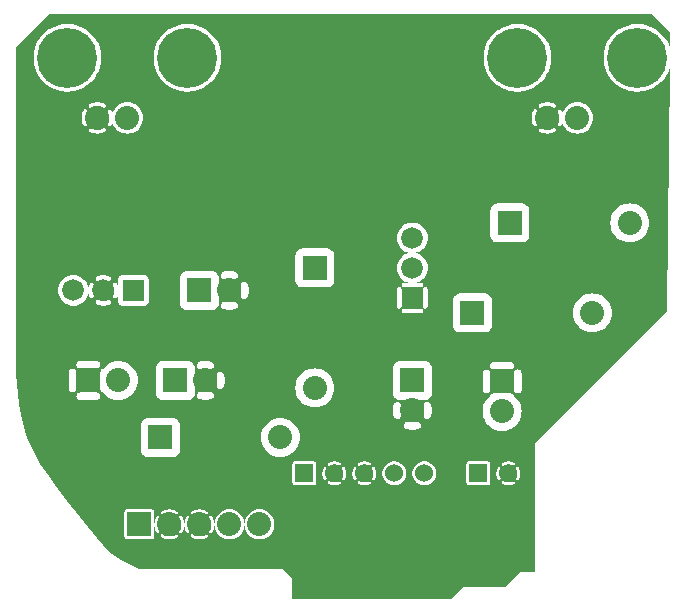
<source format=gbr>
G04 start of page 6 for group 10 layer_idx 1 *
G04 Title: (unknown), bottom_copper *
G04 Creator: pcb-rnd 2.0.0 *
G04 CreationDate: 2018-06-05 21:29:22 UTC *
G04 For:  *
G04 Format: Gerber/RS-274X *
G04 PCB-Dimensions: 500000 500000 *
G04 PCB-Coordinate-Origin: lower left *
%MOIN*%
%FSLAX25Y25*%
%LNBOTTOM*%
%ADD52C,0.0400*%
%ADD51C,0.0320*%
%ADD50C,0.0790*%
%ADD49C,0.0420*%
%ADD48C,0.0394*%
%ADD47C,0.2000*%
%ADD46C,0.0600*%
%ADD45C,0.0720*%
%ADD44C,0.0800*%
%ADD43C,0.0001*%
G54D43*G36*
X374990Y344033D02*X375735Y343854D01*
X377500Y343715D01*
X379265Y343854D01*
X380987Y344268D01*
X382623Y344945D01*
X384133Y345870D01*
X385479Y347021D01*
X386630Y348367D01*
X387555Y349877D01*
X388232Y351513D01*
X388378Y352118D01*
X387500Y270500D01*
X374990Y257990D01*
Y293481D01*
X375000Y293480D01*
X376020Y293560D01*
X377015Y293799D01*
X377960Y294191D01*
X378832Y294725D01*
X379610Y295390D01*
X380275Y296168D01*
X380809Y297040D01*
X381201Y297985D01*
X381440Y298980D01*
X381500Y300000D01*
X381440Y301020D01*
X381201Y302015D01*
X380809Y302960D01*
X380275Y303832D01*
X379610Y304610D01*
X378832Y305275D01*
X377960Y305809D01*
X377015Y306201D01*
X376020Y306440D01*
X375000Y306520D01*
X374990Y306519D01*
Y344033D01*
G37*
G36*
Y369500D02*X382500D01*
X388500Y363500D01*
X388437Y357635D01*
X388232Y358487D01*
X387555Y360123D01*
X386630Y361633D01*
X385479Y362979D01*
X384133Y364130D01*
X382623Y365055D01*
X380987Y365732D01*
X379265Y366146D01*
X377500Y366285D01*
X375735Y366146D01*
X374990Y365967D01*
Y369500D01*
G37*
G36*
X362490D02*X374990D01*
Y365967D01*
X374013Y365732D01*
X372377Y365055D01*
X370867Y364130D01*
X369521Y362979D01*
X368370Y361633D01*
X367445Y360123D01*
X366768Y358487D01*
X366354Y356765D01*
X366215Y355000D01*
X366354Y353235D01*
X366768Y351513D01*
X367445Y349877D01*
X368370Y348367D01*
X369521Y347021D01*
X370867Y345870D01*
X372377Y344945D01*
X374013Y344268D01*
X374990Y344033D01*
Y306519D01*
X373980Y306440D01*
X372985Y306201D01*
X372040Y305809D01*
X371168Y305275D01*
X370390Y304610D01*
X369725Y303832D01*
X369191Y302960D01*
X368799Y302015D01*
X368560Y301020D01*
X368480Y300000D01*
X368560Y298980D01*
X368799Y297985D01*
X369191Y297040D01*
X369725Y296168D01*
X370390Y295390D01*
X371168Y294725D01*
X372040Y294191D01*
X372985Y293799D01*
X373980Y293560D01*
X374990Y293481D01*
Y257990D01*
X362490Y245490D01*
Y263481D01*
X362500Y263480D01*
X363520Y263560D01*
X364515Y263799D01*
X365460Y264191D01*
X366332Y264725D01*
X367110Y265390D01*
X367775Y266168D01*
X368309Y267040D01*
X368701Y267985D01*
X368940Y268980D01*
X369000Y270000D01*
X368940Y271020D01*
X368701Y272015D01*
X368309Y272960D01*
X367775Y273832D01*
X367110Y274610D01*
X366332Y275275D01*
X365460Y275809D01*
X364515Y276201D01*
X363520Y276440D01*
X362500Y276520D01*
X362490Y276519D01*
Y333328D01*
X362508Y333373D01*
X362701Y334176D01*
X362750Y335000D01*
X362701Y335824D01*
X362508Y336627D01*
X362490Y336672D01*
Y369500D01*
G37*
G36*
X347502D02*X362490D01*
Y336672D01*
X362192Y337391D01*
X361760Y338095D01*
X361224Y338724D01*
X360595Y339260D01*
X359891Y339692D01*
X359127Y340008D01*
X358324Y340201D01*
X357500Y340266D01*
X356676Y340201D01*
X355873Y340008D01*
X355109Y339692D01*
X354405Y339260D01*
X353776Y338724D01*
X353240Y338095D01*
X352808Y337391D01*
X352493Y336632D01*
X352476Y336692D01*
X352296Y337150D01*
X352074Y337589D01*
X352019Y337672D01*
X351951Y337744D01*
X351873Y337805D01*
X351786Y337853D01*
X351693Y337887D01*
X351596Y337906D01*
X351497Y337909D01*
X351399Y337897D01*
X351304Y337870D01*
X351214Y337828D01*
X351132Y337772D01*
X351059Y337705D01*
X350998Y337627D01*
X350950Y337540D01*
X350916Y337447D01*
X350898Y337350D01*
X350894Y337251D01*
X350906Y337152D01*
X350934Y337057D01*
X350977Y336968D01*
X351150Y336636D01*
X351287Y336288D01*
X351391Y335928D01*
X351461Y335560D01*
X351496Y335187D01*
Y334813D01*
X351461Y334440D01*
X351391Y334072D01*
X351287Y333712D01*
X351150Y333364D01*
X350981Y333029D01*
X350938Y332941D01*
X350911Y332847D01*
X350898Y332749D01*
X350902Y332651D01*
X350921Y332554D01*
X350954Y332462D01*
X351002Y332376D01*
X351062Y332298D01*
X351134Y332231D01*
X351216Y332176D01*
X351305Y332134D01*
X351400Y332107D01*
X351497Y332095D01*
X351596Y332099D01*
X351692Y332117D01*
X351785Y332151D01*
X351871Y332199D01*
X351948Y332259D01*
X352015Y332331D01*
X352069Y332414D01*
X352296Y332850D01*
X352476Y333308D01*
X352493Y333368D01*
X352808Y332609D01*
X353240Y331905D01*
X353776Y331276D01*
X354405Y330740D01*
X355109Y330308D01*
X355873Y329992D01*
X356676Y329799D01*
X357500Y329734D01*
X358324Y329799D01*
X359127Y329992D01*
X359891Y330308D01*
X360595Y330740D01*
X361224Y331276D01*
X361760Y331905D01*
X362192Y332609D01*
X362490Y333328D01*
Y276519D01*
X361480Y276440D01*
X360485Y276201D01*
X359540Y275809D01*
X358668Y275275D01*
X357890Y274610D01*
X357225Y273832D01*
X356691Y272960D01*
X356299Y272015D01*
X356060Y271020D01*
X355980Y270000D01*
X356060Y268980D01*
X356299Y267985D01*
X356691Y267040D01*
X357225Y266168D01*
X357890Y265390D01*
X358668Y264725D01*
X359540Y264191D01*
X360485Y263799D01*
X361480Y263560D01*
X362490Y263481D01*
Y245490D01*
X347502Y230502D01*
Y329750D01*
X347746D01*
X348236Y329796D01*
X348719Y329888D01*
X349192Y330024D01*
X349650Y330204D01*
X350089Y330426D01*
X350172Y330481D01*
X350244Y330549D01*
X350305Y330627D01*
X350353Y330714D01*
X350387Y330807D01*
X350406Y330904D01*
X350409Y331003D01*
X350397Y331101D01*
X350370Y331196D01*
X350328Y331286D01*
X350272Y331368D01*
X350205Y331441D01*
X350127Y331502D01*
X350040Y331550D01*
X349947Y331584D01*
X349850Y331602D01*
X349751Y331606D01*
X349652Y331594D01*
X349557Y331566D01*
X349468Y331523D01*
X349136Y331350D01*
X348788Y331213D01*
X348428Y331109D01*
X348060Y331039D01*
X347687Y331004D01*
X347502D01*
Y338996D01*
X347687D01*
X348060Y338961D01*
X348428Y338891D01*
X348788Y338787D01*
X349136Y338650D01*
X349471Y338481D01*
X349559Y338438D01*
X349653Y338411D01*
X349751Y338398D01*
X349849Y338402D01*
X349946Y338421D01*
X350038Y338454D01*
X350124Y338502D01*
X350202Y338562D01*
X350269Y338634D01*
X350324Y338716D01*
X350366Y338805D01*
X350393Y338900D01*
X350405Y338997D01*
X350401Y339096D01*
X350383Y339192D01*
X350349Y339285D01*
X350301Y339371D01*
X350241Y339448D01*
X350169Y339515D01*
X350086Y339569D01*
X349650Y339796D01*
X349192Y339976D01*
X348719Y340112D01*
X348236Y340204D01*
X347746Y340250D01*
X347502D01*
Y349791D01*
X347555Y349877D01*
X348232Y351513D01*
X348646Y353235D01*
X348750Y355000D01*
X348646Y356765D01*
X348232Y358487D01*
X347555Y360123D01*
X347502Y360209D01*
Y369500D01*
G37*
G36*
Y230502D02*X343500Y226500D01*
Y183500D01*
X343178D01*
Y332167D01*
X343214Y332147D01*
X343307Y332113D01*
X343404Y332094D01*
X343503Y332091D01*
X343601Y332103D01*
X343696Y332130D01*
X343786Y332172D01*
X343868Y332228D01*
X343941Y332295D01*
X344002Y332373D01*
X344050Y332460D01*
X344084Y332553D01*
X344102Y332650D01*
X344106Y332749D01*
X344094Y332848D01*
X344066Y332943D01*
X344023Y333032D01*
X343850Y333364D01*
X343713Y333712D01*
X343609Y334072D01*
X343539Y334440D01*
X343504Y334813D01*
Y335187D01*
X343539Y335560D01*
X343609Y335928D01*
X343713Y336288D01*
X343850Y336636D01*
X344019Y336971D01*
X344062Y337059D01*
X344089Y337153D01*
X344102Y337251D01*
X344098Y337349D01*
X344079Y337446D01*
X344046Y337538D01*
X343998Y337624D01*
X343938Y337702D01*
X343866Y337769D01*
X343784Y337824D01*
X343695Y337866D01*
X343600Y337893D01*
X343503Y337905D01*
X343404Y337901D01*
X343308Y337883D01*
X343215Y337849D01*
X343178Y337828D01*
Y345285D01*
X344133Y345870D01*
X345479Y347021D01*
X346630Y348367D01*
X347502Y349791D01*
Y340250D01*
X347254D01*
X346764Y340204D01*
X346281Y340112D01*
X345808Y339976D01*
X345350Y339796D01*
X344911Y339574D01*
X344828Y339519D01*
X344756Y339451D01*
X344695Y339373D01*
X344647Y339286D01*
X344613Y339193D01*
X344594Y339096D01*
X344591Y338997D01*
X344603Y338899D01*
X344630Y338804D01*
X344672Y338714D01*
X344728Y338632D01*
X344795Y338559D01*
X344873Y338498D01*
X344960Y338450D01*
X345053Y338416D01*
X345150Y338398D01*
X345249Y338394D01*
X345348Y338406D01*
X345443Y338434D01*
X345532Y338477D01*
X345864Y338650D01*
X346212Y338787D01*
X346572Y338891D01*
X346940Y338961D01*
X347313Y338996D01*
X347502D01*
Y331004D01*
X347313D01*
X346940Y331039D01*
X346572Y331109D01*
X346212Y331213D01*
X345864Y331350D01*
X345529Y331519D01*
X345441Y331562D01*
X345347Y331589D01*
X345249Y331602D01*
X345151Y331598D01*
X345054Y331579D01*
X344962Y331546D01*
X344876Y331498D01*
X344798Y331438D01*
X344731Y331366D01*
X344676Y331284D01*
X344634Y331195D01*
X344607Y331100D01*
X344595Y331003D01*
X344599Y330904D01*
X344617Y330808D01*
X344651Y330715D01*
X344699Y330629D01*
X344759Y330552D01*
X344831Y330485D01*
X344914Y330431D01*
X345350Y330204D01*
X345808Y330024D01*
X346281Y329888D01*
X346764Y329796D01*
X347254Y329750D01*
X347502D01*
Y230502D01*
G37*
G36*
X343178Y183500D02*X338500D01*
X337784Y182784D01*
Y214369D01*
X337787Y214370D01*
X337855Y214409D01*
X337916Y214458D01*
X337969Y214517D01*
X338011Y214583D01*
X338174Y214908D01*
X338303Y215248D01*
X338401Y215598D01*
X338467Y215956D01*
X338500Y216318D01*
Y216682D01*
X338467Y217044D01*
X338401Y217402D01*
X338303Y217752D01*
X338174Y218092D01*
X338015Y218419D01*
X337972Y218485D01*
X337919Y218544D01*
X337857Y218594D01*
X337788Y218633D01*
X337784Y218635D01*
Y233498D01*
X338218Y234206D01*
X338609Y235151D01*
X338848Y236146D01*
X338908Y237166D01*
X338848Y238186D01*
X338609Y239180D01*
X338218Y240126D01*
X337784Y240833D01*
Y243172D01*
X337854Y243177D01*
X338046Y243223D01*
X338227Y243298D01*
X338395Y243401D01*
X338545Y243529D01*
X338672Y243679D01*
X338775Y243846D01*
X338851Y244028D01*
X338897Y244219D01*
X338908Y244416D01*
Y249916D01*
X338897Y250112D01*
X338851Y250303D01*
X338775Y250485D01*
X338672Y250653D01*
X338545Y250802D01*
X338395Y250930D01*
X338227Y251033D01*
X338046Y251108D01*
X337854Y251154D01*
X337784Y251160D01*
Y293500D01*
X338902D01*
X339000Y293492D01*
X339392Y293523D01*
X339392Y293523D01*
X339775Y293615D01*
X340138Y293766D01*
X340474Y293971D01*
X340773Y294227D01*
X341029Y294526D01*
X341234Y294862D01*
X341385Y295225D01*
X341477Y295608D01*
X341508Y296000D01*
X341500Y296098D01*
Y303902D01*
X341508Y304000D01*
X341477Y304392D01*
X341477Y304392D01*
X341385Y304775D01*
X341234Y305138D01*
X341029Y305474D01*
X340773Y305773D01*
X340474Y306029D01*
X340138Y306234D01*
X339775Y306385D01*
X339392Y306477D01*
X339000Y306508D01*
X338902Y306500D01*
X337784D01*
Y343738D01*
X339265Y343854D01*
X340987Y344268D01*
X342623Y344945D01*
X343178Y345285D01*
Y337828D01*
X343129Y337801D01*
X343052Y337741D01*
X342985Y337669D01*
X342931Y337586D01*
X342704Y337150D01*
X342524Y336692D01*
X342388Y336219D01*
X342296Y335736D01*
X342250Y335246D01*
Y334754D01*
X342296Y334264D01*
X342388Y333781D01*
X342524Y333308D01*
X342704Y332850D01*
X342926Y332411D01*
X342981Y332328D01*
X343049Y332256D01*
X343127Y332195D01*
X343178Y332167D01*
Y183500D01*
G37*
G36*
X337784Y369500D02*X347502D01*
Y360209D01*
X346630Y361633D01*
X345479Y362979D01*
X344133Y364130D01*
X342623Y365055D01*
X340987Y365732D01*
X339265Y366146D01*
X337784Y366262D01*
Y369500D01*
G37*
G36*
Y306500D02*X335000D01*
Y344031D01*
X335735Y343854D01*
X337500Y343715D01*
X337784Y343738D01*
Y306500D01*
G37*
G36*
Y251160D02*X337658Y251169D01*
X337462Y251154D01*
X337271Y251108D01*
X337089Y251033D01*
X336921Y250930D01*
X336771Y250802D01*
X336644Y250653D01*
X336541Y250485D01*
X336466Y250303D01*
X336420Y250112D01*
X336408Y249916D01*
Y251166D01*
X335158D01*
X335354Y251177D01*
X335546Y251223D01*
X335727Y251298D01*
X335895Y251401D01*
X336045Y251529D01*
X336172Y251679D01*
X336275Y251846D01*
X336351Y252028D01*
X336397Y252219D01*
X336412Y252416D01*
X336397Y252612D01*
X336351Y252803D01*
X336275Y252985D01*
X336172Y253153D01*
X336045Y253302D01*
X335895Y253430D01*
X335727Y253533D01*
X335546Y253608D01*
X335354Y253654D01*
X335158Y253666D01*
X335000D01*
Y293500D01*
X337784D01*
Y251160D01*
G37*
G36*
Y240833D02*X337683Y240998D01*
X337018Y241776D01*
X336323Y242370D01*
X336275Y242485D01*
X336172Y242653D01*
X336045Y242802D01*
X335895Y242930D01*
X335727Y243033D01*
X335546Y243108D01*
X335354Y243154D01*
X335158Y243166D01*
X336408D01*
Y244415D01*
X336420Y244219D01*
X336466Y244028D01*
X336541Y243846D01*
X336644Y243679D01*
X336771Y243529D01*
X336921Y243401D01*
X337089Y243298D01*
X337271Y243223D01*
X337462Y243177D01*
X337658Y243162D01*
X337784Y243172D01*
Y240833D01*
G37*
G36*
Y182784D02*X335000Y180000D01*
Y212529D01*
X335044Y212533D01*
X335402Y212599D01*
X335752Y212697D01*
X336092Y212826D01*
X336419Y212985D01*
X336485Y213028D01*
X336544Y213081D01*
X336594Y213143D01*
X336633Y213212D01*
X336661Y213286D01*
X336678Y213363D01*
X336681Y213442D01*
X336673Y213521D01*
X336652Y213597D01*
X336620Y213670D01*
X336577Y213736D01*
X336524Y213795D01*
X336462Y213844D01*
X336393Y213884D01*
X336319Y213912D01*
X336242Y213928D01*
X336163Y213932D01*
X336084Y213924D01*
X336007Y213903D01*
X335936Y213870D01*
X335693Y213747D01*
X335438Y213650D01*
X335176Y213577D01*
X335000Y213545D01*
Y219455D01*
X335176Y219423D01*
X335438Y219350D01*
X335693Y219253D01*
X335937Y219133D01*
X336009Y219100D01*
X336085Y219079D01*
X336163Y219071D01*
X336241Y219075D01*
X336318Y219091D01*
X336392Y219119D01*
X336460Y219158D01*
X336521Y219207D01*
X336574Y219266D01*
X336617Y219332D01*
X336649Y219404D01*
X336670Y219480D01*
X336678Y219558D01*
X336674Y219636D01*
X336658Y219713D01*
X336630Y219787D01*
X336591Y219855D01*
X336542Y219916D01*
X336483Y219969D01*
X336417Y220011D01*
X336092Y220174D01*
X335752Y220303D01*
X335402Y220401D01*
X335044Y220467D01*
X335000Y220471D01*
Y231204D01*
X335368Y231356D01*
X336240Y231891D01*
X337018Y232555D01*
X337683Y233333D01*
X337784Y233498D01*
Y218635D01*
X337714Y218661D01*
X337637Y218678D01*
X337558Y218681D01*
X337479Y218673D01*
X337403Y218652D01*
X337330Y218620D01*
X337264Y218577D01*
X337205Y218524D01*
X337156Y218462D01*
X337116Y218393D01*
X337088Y218319D01*
X337072Y218242D01*
X337068Y218163D01*
X337076Y218084D01*
X337097Y218007D01*
X337130Y217936D01*
X337253Y217693D01*
X337350Y217438D01*
X337423Y217176D01*
X337472Y216908D01*
X337497Y216636D01*
Y216364D01*
X337472Y216092D01*
X337423Y215824D01*
X337350Y215562D01*
X337253Y215307D01*
X337133Y215063D01*
X337100Y214991D01*
X337079Y214915D01*
X337071Y214837D01*
X337075Y214759D01*
X337091Y214682D01*
X337119Y214608D01*
X337158Y214540D01*
X337207Y214479D01*
X337266Y214426D01*
X337332Y214383D01*
X337404Y214351D01*
X337480Y214330D01*
X337558Y214322D01*
X337636Y214326D01*
X337713Y214342D01*
X337784Y214369D01*
Y182784D01*
G37*
G36*
X335000Y369500D02*X337784D01*
Y366262D01*
X337500Y366285D01*
X335735Y366146D01*
X335000Y365969D01*
Y369500D01*
G37*
G36*
X331216Y230767D02*X331388Y230726D01*
X332408Y230646D01*
X333428Y230726D01*
X334423Y230965D01*
X335000Y231204D01*
Y220471D01*
X334682Y220500D01*
X334318D01*
X333956Y220467D01*
X333598Y220401D01*
X333248Y220303D01*
X332908Y220174D01*
X332581Y220015D01*
X332515Y219972D01*
X332456Y219919D01*
X332406Y219857D01*
X332367Y219788D01*
X332339Y219714D01*
X332323Y219637D01*
X332319Y219558D01*
X332327Y219479D01*
X332348Y219403D01*
X332380Y219330D01*
X332423Y219264D01*
X332476Y219205D01*
X332538Y219156D01*
X332607Y219116D01*
X332681Y219088D01*
X332758Y219072D01*
X332837Y219068D01*
X332916Y219076D01*
X332993Y219097D01*
X333064Y219130D01*
X333307Y219253D01*
X333562Y219350D01*
X333824Y219423D01*
X334092Y219472D01*
X334364Y219497D01*
X334636D01*
X334908Y219472D01*
X335000Y219455D01*
Y213545D01*
X334908Y213528D01*
X334636Y213503D01*
X334364D01*
X334092Y213528D01*
X333824Y213577D01*
X333562Y213650D01*
X333307Y213747D01*
X333063Y213867D01*
X332991Y213900D01*
X332915Y213921D01*
X332837Y213929D01*
X332759Y213925D01*
X332682Y213909D01*
X332608Y213881D01*
X332540Y213842D01*
X332479Y213793D01*
X332426Y213734D01*
X332383Y213668D01*
X332351Y213596D01*
X332330Y213520D01*
X332322Y213442D01*
X332326Y213364D01*
X332342Y213287D01*
X332370Y213213D01*
X332409Y213145D01*
X332458Y213084D01*
X332517Y213031D01*
X332583Y212989D01*
X332908Y212826D01*
X333248Y212697D01*
X333598Y212599D01*
X333956Y212533D01*
X334318Y212500D01*
X334682D01*
X335000Y212529D01*
Y180000D01*
X333500Y178500D01*
X331216D01*
Y214365D01*
X331286Y214339D01*
X331363Y214323D01*
X331442Y214319D01*
X331521Y214327D01*
X331597Y214348D01*
X331670Y214380D01*
X331736Y214423D01*
X331795Y214476D01*
X331844Y214538D01*
X331884Y214607D01*
X331912Y214681D01*
X331928Y214758D01*
X331932Y214837D01*
X331924Y214916D01*
X331903Y214993D01*
X331870Y215064D01*
X331747Y215307D01*
X331650Y215562D01*
X331577Y215824D01*
X331528Y216092D01*
X331503Y216364D01*
Y216636D01*
X331528Y216908D01*
X331577Y217176D01*
X331650Y217438D01*
X331747Y217693D01*
X331867Y217937D01*
X331900Y218009D01*
X331921Y218085D01*
X331929Y218163D01*
X331925Y218241D01*
X331909Y218318D01*
X331881Y218392D01*
X331842Y218460D01*
X331793Y218521D01*
X331734Y218574D01*
X331668Y218617D01*
X331596Y218649D01*
X331520Y218670D01*
X331442Y218678D01*
X331364Y218674D01*
X331287Y218658D01*
X331216Y218631D01*
Y230767D01*
G37*
G36*
Y293500D02*X335000D01*
Y253666D01*
X331216D01*
Y293500D01*
G37*
G36*
Y345657D02*X332377Y344945D01*
X334013Y344268D01*
X335000Y344031D01*
Y306500D01*
X331216D01*
Y345657D01*
G37*
G36*
Y369500D02*X335000D01*
Y365969D01*
X334013Y365732D01*
X332377Y365055D01*
X331216Y364343D01*
Y369500D01*
G37*
G36*
X322500D02*X331216D01*
Y364343D01*
X330867Y364130D01*
X329521Y362979D01*
X328370Y361633D01*
X327445Y360123D01*
X326768Y358487D01*
X326354Y356765D01*
X326215Y355000D01*
X326354Y353235D01*
X326768Y351513D01*
X327445Y349877D01*
X328370Y348367D01*
X329521Y347021D01*
X330867Y345870D01*
X331216Y345657D01*
Y306500D01*
X331098D01*
X331000Y306508D01*
X330608Y306477D01*
X330608Y306477D01*
X330225Y306385D01*
X329862Y306234D01*
X329526Y306029D01*
X329227Y305773D01*
X328971Y305474D01*
X328766Y305138D01*
X328615Y304775D01*
X328523Y304392D01*
X328492Y304000D01*
X328500Y303902D01*
Y296098D01*
X328492Y296000D01*
X328523Y295608D01*
X328523Y295608D01*
X328615Y295225D01*
X328766Y294862D01*
X328971Y294526D01*
X329227Y294227D01*
X329526Y293971D01*
X329862Y293766D01*
X330225Y293615D01*
X330608Y293523D01*
X331000Y293492D01*
X331098Y293500D01*
X331216D01*
Y253666D01*
X329658D01*
X329462Y253654D01*
X329271Y253608D01*
X329089Y253533D01*
X328921Y253430D01*
X328771Y253302D01*
X328644Y253153D01*
X328541Y252985D01*
X328466Y252803D01*
X328420Y252612D01*
X328404Y252416D01*
X328420Y252219D01*
X328466Y252028D01*
X328541Y251846D01*
X328644Y251679D01*
X328771Y251529D01*
X328921Y251401D01*
X329089Y251298D01*
X329271Y251223D01*
X329462Y251177D01*
X329658Y251166D01*
X328408D01*
Y249916D01*
X328397Y250112D01*
X328351Y250303D01*
X328275Y250485D01*
X328172Y250653D01*
X328045Y250802D01*
X327895Y250930D01*
X327727Y251033D01*
X327546Y251108D01*
X327354Y251154D01*
X327158Y251169D01*
X326962Y251154D01*
X326771Y251108D01*
X326589Y251033D01*
X326421Y250930D01*
X326271Y250802D01*
X326144Y250653D01*
X326041Y250485D01*
X325966Y250303D01*
X325920Y250112D01*
X325908Y249916D01*
Y244416D01*
X325920Y244219D01*
X325966Y244028D01*
X326041Y243846D01*
X326144Y243679D01*
X326271Y243529D01*
X326421Y243401D01*
X326589Y243298D01*
X326771Y243223D01*
X326962Y243177D01*
X327158Y243162D01*
X327354Y243177D01*
X327546Y243223D01*
X327727Y243298D01*
X327895Y243401D01*
X328045Y243529D01*
X328172Y243679D01*
X328275Y243846D01*
X328351Y244028D01*
X328397Y244219D01*
X328408Y244415D01*
Y243166D01*
X329658D01*
X329462Y243154D01*
X329271Y243108D01*
X329089Y243033D01*
X328921Y242930D01*
X328771Y242802D01*
X328644Y242653D01*
X328541Y242485D01*
X328493Y242370D01*
X327798Y241776D01*
X327133Y240998D01*
X326599Y240126D01*
X326207Y239180D01*
X325968Y238186D01*
X325888Y237166D01*
X325968Y236146D01*
X326207Y235151D01*
X326599Y234206D01*
X327133Y233333D01*
X327798Y232555D01*
X328576Y231891D01*
X329448Y231356D01*
X330393Y230965D01*
X331216Y230767D01*
Y218631D01*
X331213Y218630D01*
X331145Y218591D01*
X331084Y218542D01*
X331031Y218483D01*
X330989Y218417D01*
X330826Y218092D01*
X330697Y217752D01*
X330599Y217402D01*
X330533Y217044D01*
X330500Y216682D01*
Y216318D01*
X330533Y215956D01*
X330599Y215598D01*
X330697Y215248D01*
X330826Y214908D01*
X330985Y214581D01*
X331028Y214515D01*
X331081Y214456D01*
X331143Y214406D01*
X331212Y214367D01*
X331216Y214365D01*
Y178500D01*
X322500D01*
Y212500D01*
X327461D01*
X327500Y212497D01*
X327657Y212509D01*
X327657Y212509D01*
X327810Y212546D01*
X327955Y212606D01*
X328090Y212688D01*
X328209Y212791D01*
X328312Y212910D01*
X328394Y213045D01*
X328454Y213190D01*
X328491Y213343D01*
X328503Y213500D01*
X328500Y213539D01*
Y219461D01*
X328503Y219500D01*
X328491Y219657D01*
X328491Y219657D01*
X328454Y219810D01*
X328394Y219955D01*
X328312Y220090D01*
X328209Y220209D01*
X328090Y220312D01*
X327955Y220394D01*
X327810Y220454D01*
X327657Y220491D01*
X327500Y220503D01*
X327461Y220500D01*
X322500D01*
Y263500D01*
X326402D01*
X326500Y263492D01*
X326892Y263523D01*
X326892Y263523D01*
X327275Y263615D01*
X327638Y263766D01*
X327974Y263971D01*
X328273Y264227D01*
X328529Y264526D01*
X328734Y264862D01*
X328885Y265225D01*
X328977Y265608D01*
X329008Y266000D01*
X329000Y266098D01*
Y273902D01*
X329008Y274000D01*
X328977Y274392D01*
X328977Y274392D01*
X328885Y274775D01*
X328734Y275138D01*
X328529Y275474D01*
X328273Y275773D01*
X327974Y276029D01*
X327638Y276234D01*
X327275Y276385D01*
X326892Y276477D01*
X326500Y276508D01*
X326402Y276500D01*
X322500D01*
Y369500D01*
G37*
G36*
X307622D02*X322500D01*
Y276500D01*
X318598D01*
X318500Y276508D01*
X318108Y276477D01*
X318108Y276477D01*
X317725Y276385D01*
X317362Y276234D01*
X317026Y276029D01*
X316727Y275773D01*
X316471Y275474D01*
X316266Y275138D01*
X316115Y274775D01*
X316023Y274392D01*
X315992Y274000D01*
X316000Y273902D01*
Y266098D01*
X315992Y266000D01*
X316023Y265608D01*
X316023Y265608D01*
X316115Y265225D01*
X316266Y264862D01*
X316471Y264526D01*
X316727Y264227D01*
X317026Y263971D01*
X317362Y263766D01*
X317725Y263615D01*
X318108Y263523D01*
X318500Y263492D01*
X318598Y263500D01*
X322500D01*
Y220500D01*
X321539D01*
X321500Y220503D01*
X321343Y220491D01*
X321343Y220491D01*
X321190Y220454D01*
X321045Y220394D01*
X320910Y220312D01*
X320791Y220209D01*
X320688Y220090D01*
X320606Y219955D01*
X320546Y219810D01*
X320509Y219657D01*
X320497Y219500D01*
X320500Y219461D01*
Y213539D01*
X320497Y213500D01*
X320509Y213343D01*
X320509Y213343D01*
X320546Y213190D01*
X320606Y213045D01*
X320688Y212910D01*
X320791Y212791D01*
X320910Y212688D01*
X321045Y212606D01*
X321190Y212546D01*
X321343Y212509D01*
X321500Y212497D01*
X321539Y212500D01*
X322500D01*
Y178500D01*
X319500D01*
X315500Y174500D01*
X307622D01*
Y212656D01*
X307740Y212684D01*
X308322Y212925D01*
X308858Y213254D01*
X309337Y213663D01*
X309746Y214142D01*
X310075Y214678D01*
X310316Y215260D01*
X310463Y215872D01*
X310500Y216500D01*
X310463Y217128D01*
X310316Y217740D01*
X310075Y218322D01*
X309746Y218858D01*
X309337Y219337D01*
X308858Y219746D01*
X308322Y220075D01*
X307740Y220316D01*
X307622Y220344D01*
Y234658D01*
X307703Y234665D01*
X307894Y234712D01*
X308076Y234788D01*
X308243Y234892D01*
X308392Y235020D01*
X308519Y235170D01*
X308621Y235339D01*
X308692Y235522D01*
X308848Y236075D01*
X308949Y236640D01*
X309000Y237213D01*
Y237787D01*
X308949Y238360D01*
X308848Y238925D01*
X308698Y239480D01*
X308625Y239663D01*
X308522Y239832D01*
X308395Y239983D01*
X308245Y240111D01*
X308078Y240215D01*
X307896Y240292D01*
X307704Y240339D01*
X307622Y240346D01*
Y241259D01*
X307638Y241266D01*
X307974Y241471D01*
X308273Y241727D01*
X308529Y242026D01*
X308734Y242362D01*
X308885Y242725D01*
X308977Y243108D01*
X309008Y243500D01*
X309000Y243598D01*
Y251402D01*
X309008Y251500D01*
X308977Y251892D01*
X308977Y251892D01*
X308885Y252275D01*
X308734Y252638D01*
X308529Y252974D01*
X308273Y253273D01*
X307974Y253529D01*
X307638Y253734D01*
X307622Y253741D01*
Y369500D01*
G37*
G36*
Y220344D02*X307128Y220463D01*
X306500Y220512D01*
X305872Y220463D01*
X305260Y220316D01*
X304678Y220075D01*
X304142Y219746D01*
X303663Y219337D01*
X303254Y218858D01*
X302925Y218322D01*
X302684Y217740D01*
X302537Y217128D01*
X302500Y216657D01*
Y231000D01*
X302787D01*
X303360Y231051D01*
X303925Y231152D01*
X304480Y231302D01*
X304663Y231375D01*
X304832Y231478D01*
X304983Y231605D01*
X305111Y231755D01*
X305215Y231922D01*
X305292Y232104D01*
X305339Y232296D01*
X305355Y232493D01*
X305341Y232690D01*
X305296Y232882D01*
X305221Y233064D01*
X305119Y233233D01*
X304991Y233384D01*
X304842Y233513D01*
X304674Y233617D01*
X304492Y233693D01*
X304301Y233740D01*
X304104Y233757D01*
X303907Y233742D01*
X303716Y233693D01*
X303376Y233597D01*
X303029Y233535D01*
X302677Y233504D01*
X302500D01*
Y241000D01*
X306402D01*
X306500Y240992D01*
X306892Y241023D01*
X306892Y241023D01*
X307275Y241115D01*
X307622Y241259D01*
Y240346D01*
X307507Y240355D01*
X307310Y240341D01*
X307118Y240296D01*
X306936Y240221D01*
X306767Y240119D01*
X306616Y239991D01*
X306487Y239842D01*
X306383Y239674D01*
X306307Y239492D01*
X306260Y239301D01*
X306243Y239104D01*
X306258Y238907D01*
X306307Y238716D01*
X306403Y238376D01*
X306465Y238029D01*
X306496Y237677D01*
Y237323D01*
X306465Y236971D01*
X306403Y236624D01*
X306310Y236283D01*
X306262Y236092D01*
X306247Y235896D01*
X306264Y235700D01*
X306310Y235509D01*
X306387Y235328D01*
X306490Y235160D01*
X306619Y235011D01*
X306769Y234884D01*
X306937Y234782D01*
X307119Y234708D01*
X307311Y234663D01*
X307507Y234649D01*
X307622Y234658D01*
Y220344D01*
G37*
G36*
Y174500D02*X302500D01*
Y216343D01*
X302537Y215872D01*
X302684Y215260D01*
X302925Y214678D01*
X303254Y214142D01*
X303663Y213663D01*
X304142Y213254D01*
X304678Y212925D01*
X305260Y212684D01*
X305872Y212537D01*
X306500Y212488D01*
X307128Y212537D01*
X307622Y212656D01*
Y174500D01*
G37*
G36*
X302500Y369500D02*X307622D01*
Y253741D01*
X307275Y253885D01*
X306892Y253977D01*
X306500Y254008D01*
X306402Y254000D01*
X302500D01*
Y269900D01*
X305350D01*
X305468Y269907D01*
X305582Y269935D01*
X305692Y269980D01*
X305792Y270041D01*
X305882Y270118D01*
X305959Y270208D01*
X306020Y270308D01*
X306066Y270418D01*
X306093Y270532D01*
X306102Y270650D01*
X306093Y270768D01*
X306066Y270882D01*
X306020Y270992D01*
X305959Y271092D01*
X305882Y271182D01*
X305792Y271259D01*
X305692Y271320D01*
X305582Y271366D01*
X305468Y271393D01*
X305350Y271400D01*
X306100D01*
Y272150D01*
X306107Y272032D01*
X306135Y271918D01*
X306180Y271808D01*
X306241Y271708D01*
X306318Y271618D01*
X306408Y271541D01*
X306508Y271480D01*
X306618Y271435D01*
X306732Y271407D01*
X306850Y271398D01*
X306968Y271407D01*
X307082Y271435D01*
X307192Y271480D01*
X307292Y271541D01*
X307382Y271618D01*
X307459Y271708D01*
X307520Y271808D01*
X307565Y271918D01*
X307593Y272032D01*
X307600Y272150D01*
Y277850D01*
X307593Y277968D01*
X307565Y278082D01*
X307520Y278192D01*
X307459Y278292D01*
X307382Y278382D01*
X307292Y278459D01*
X307192Y278520D01*
X307082Y278566D01*
X306968Y278593D01*
X306850Y278602D01*
X306732Y278593D01*
X306618Y278566D01*
X306508Y278520D01*
X306408Y278459D01*
X306318Y278382D01*
X306241Y278292D01*
X306180Y278192D01*
X306134Y278082D01*
X306107Y277968D01*
X306100Y277850D01*
Y278600D01*
X305350D01*
X305468Y278607D01*
X305582Y278635D01*
X305692Y278680D01*
X305792Y278741D01*
X305882Y278818D01*
X305959Y278908D01*
X306020Y279008D01*
X306065Y279118D01*
X306093Y279232D01*
X306102Y279350D01*
X306093Y279468D01*
X306065Y279582D01*
X306020Y279692D01*
X305959Y279792D01*
X305882Y279882D01*
X305792Y279959D01*
X305692Y280020D01*
X305582Y280065D01*
X305468Y280093D01*
X305350Y280100D01*
X303936D01*
X304081Y280135D01*
X304822Y280442D01*
X305507Y280861D01*
X306117Y281383D01*
X306639Y281993D01*
X307058Y282678D01*
X307365Y283419D01*
X307553Y284200D01*
X307600Y285000D01*
X307553Y285800D01*
X307365Y286581D01*
X307058Y287322D01*
X306639Y288007D01*
X306117Y288617D01*
X305507Y289139D01*
X304822Y289558D01*
X304081Y289865D01*
X303520Y290000D01*
X304081Y290135D01*
X304822Y290442D01*
X305507Y290861D01*
X306117Y291383D01*
X306639Y291993D01*
X307058Y292678D01*
X307365Y293419D01*
X307553Y294200D01*
X307600Y295000D01*
X307553Y295800D01*
X307365Y296581D01*
X307058Y297322D01*
X306639Y298007D01*
X306117Y298617D01*
X305507Y299139D01*
X304822Y299558D01*
X304081Y299865D01*
X303300Y300053D01*
X302500Y300116D01*
Y369500D01*
G37*
G36*
X297378Y241259D02*X297725Y241115D01*
X298108Y241023D01*
X298500Y240992D01*
X298598Y241000D01*
X302500D01*
Y233504D01*
X302323D01*
X301971Y233535D01*
X301624Y233597D01*
X301283Y233690D01*
X301092Y233738D01*
X300896Y233753D01*
X300700Y233736D01*
X300509Y233690D01*
X300328Y233613D01*
X300160Y233510D01*
X300011Y233381D01*
X299884Y233231D01*
X299782Y233063D01*
X299708Y232881D01*
X299663Y232689D01*
X299649Y232493D01*
X299665Y232297D01*
X299712Y232106D01*
X299788Y231924D01*
X299892Y231757D01*
X300020Y231608D01*
X300170Y231481D01*
X300339Y231379D01*
X300522Y231308D01*
X301075Y231152D01*
X301640Y231051D01*
X302213Y231000D01*
X302500D01*
Y216657D01*
X302488Y216500D01*
X302500Y216343D01*
Y174500D01*
X297378D01*
Y212597D01*
X297740Y212684D01*
X298322Y212925D01*
X298858Y213254D01*
X299337Y213663D01*
X299746Y214142D01*
X300075Y214678D01*
X300316Y215260D01*
X300463Y215872D01*
X300500Y216500D01*
X300463Y217128D01*
X300316Y217740D01*
X300075Y218322D01*
X299746Y218858D01*
X299337Y219337D01*
X298858Y219746D01*
X298322Y220075D01*
X297740Y220316D01*
X297378Y220403D01*
Y234654D01*
X297493Y234645D01*
X297690Y234659D01*
X297882Y234704D01*
X298064Y234779D01*
X298233Y234881D01*
X298384Y235009D01*
X298513Y235158D01*
X298617Y235326D01*
X298693Y235508D01*
X298740Y235699D01*
X298757Y235896D01*
X298742Y236093D01*
X298693Y236284D01*
X298597Y236624D01*
X298535Y236971D01*
X298504Y237323D01*
Y237677D01*
X298535Y238029D01*
X298597Y238376D01*
X298690Y238717D01*
X298738Y238908D01*
X298753Y239104D01*
X298736Y239300D01*
X298690Y239491D01*
X298613Y239672D01*
X298510Y239840D01*
X298381Y239989D01*
X298231Y240116D01*
X298063Y240218D01*
X297881Y240292D01*
X297689Y240337D01*
X297493Y240351D01*
X297378Y240342D01*
Y241259D01*
G37*
G36*
Y369500D02*X302500D01*
Y300116D01*
X301700Y300053D01*
X300919Y299865D01*
X300178Y299558D01*
X299493Y299139D01*
X298883Y298617D01*
X298361Y298007D01*
X297942Y297322D01*
X297635Y296581D01*
X297447Y295800D01*
X297384Y295000D01*
X297447Y294200D01*
X297635Y293419D01*
X297942Y292678D01*
X298361Y291993D01*
X298883Y291383D01*
X299493Y290861D01*
X300178Y290442D01*
X300919Y290135D01*
X301480Y290000D01*
X300919Y289865D01*
X300178Y289558D01*
X299493Y289139D01*
X298883Y288617D01*
X298361Y288007D01*
X297942Y287322D01*
X297635Y286581D01*
X297447Y285800D01*
X297384Y285000D01*
X297447Y284200D01*
X297635Y283419D01*
X297942Y282678D01*
X298361Y281993D01*
X298883Y281383D01*
X299493Y280861D01*
X300178Y280442D01*
X300919Y280135D01*
X301064Y280100D01*
X299650D01*
X299532Y280093D01*
X299418Y280065D01*
X299308Y280020D01*
X299208Y279959D01*
X299118Y279882D01*
X299041Y279792D01*
X298980Y279692D01*
X298934Y279582D01*
X298907Y279468D01*
X298898Y279350D01*
X298907Y279232D01*
X298934Y279118D01*
X298980Y279008D01*
X299041Y278908D01*
X299118Y278818D01*
X299208Y278741D01*
X299308Y278680D01*
X299418Y278634D01*
X299532Y278607D01*
X299650Y278600D01*
X298900D01*
Y277850D01*
X298893Y277968D01*
X298865Y278082D01*
X298820Y278192D01*
X298759Y278292D01*
X298682Y278382D01*
X298592Y278459D01*
X298492Y278520D01*
X298382Y278565D01*
X298268Y278593D01*
X298150Y278602D01*
X298032Y278593D01*
X297918Y278565D01*
X297808Y278520D01*
X297708Y278459D01*
X297618Y278382D01*
X297541Y278292D01*
X297480Y278192D01*
X297435Y278082D01*
X297407Y277968D01*
X297400Y277850D01*
Y272150D01*
X297407Y272032D01*
X297435Y271918D01*
X297480Y271808D01*
X297541Y271708D01*
X297618Y271618D01*
X297708Y271541D01*
X297808Y271480D01*
X297918Y271434D01*
X298032Y271407D01*
X298150Y271398D01*
X298268Y271407D01*
X298382Y271434D01*
X298492Y271480D01*
X298592Y271541D01*
X298682Y271618D01*
X298759Y271708D01*
X298820Y271808D01*
X298866Y271918D01*
X298893Y272032D01*
X298900Y272150D01*
Y271400D01*
X299650D01*
X299532Y271393D01*
X299418Y271365D01*
X299308Y271320D01*
X299208Y271259D01*
X299118Y271182D01*
X299041Y271092D01*
X298980Y270992D01*
X298935Y270882D01*
X298907Y270768D01*
X298898Y270650D01*
X298907Y270532D01*
X298935Y270418D01*
X298980Y270308D01*
X299041Y270208D01*
X299118Y270118D01*
X299208Y270041D01*
X299308Y269980D01*
X299418Y269935D01*
X299532Y269907D01*
X299650Y269900D01*
X302500D01*
Y254000D01*
X298598D01*
X298500Y254008D01*
X298108Y253977D01*
X298108Y253977D01*
X297725Y253885D01*
X297378Y253741D01*
Y369500D01*
G37*
G36*
X289784D02*X297378D01*
Y253741D01*
X297362Y253734D01*
X297026Y253529D01*
X296727Y253273D01*
X296471Y252974D01*
X296266Y252638D01*
X296115Y252275D01*
X296023Y251892D01*
X295992Y251500D01*
X296000Y251402D01*
Y243598D01*
X295992Y243500D01*
X296023Y243108D01*
X296023Y243108D01*
X296115Y242725D01*
X296266Y242362D01*
X296471Y242026D01*
X296727Y241727D01*
X297026Y241471D01*
X297362Y241266D01*
X297378Y241259D01*
Y240342D01*
X297297Y240335D01*
X297106Y240288D01*
X296924Y240212D01*
X296757Y240108D01*
X296608Y239980D01*
X296481Y239830D01*
X296379Y239661D01*
X296308Y239478D01*
X296152Y238925D01*
X296051Y238360D01*
X296000Y237787D01*
Y237213D01*
X296051Y236640D01*
X296152Y236075D01*
X296302Y235520D01*
X296375Y235337D01*
X296478Y235168D01*
X296605Y235017D01*
X296755Y234889D01*
X296922Y234785D01*
X297104Y234708D01*
X297296Y234661D01*
X297378Y234654D01*
Y220403D01*
X297128Y220463D01*
X296500Y220512D01*
X295872Y220463D01*
X295260Y220316D01*
X294678Y220075D01*
X294142Y219746D01*
X293663Y219337D01*
X293254Y218858D01*
X292925Y218322D01*
X292684Y217740D01*
X292537Y217128D01*
X292488Y216500D01*
X292537Y215872D01*
X292684Y215260D01*
X292925Y214678D01*
X293254Y214142D01*
X293663Y213663D01*
X294142Y213254D01*
X294678Y212925D01*
X295260Y212684D01*
X295872Y212537D01*
X296500Y212488D01*
X297128Y212537D01*
X297378Y212597D01*
Y174500D01*
X289784D01*
Y214369D01*
X289787Y214370D01*
X289855Y214409D01*
X289916Y214458D01*
X289969Y214517D01*
X290011Y214583D01*
X290174Y214908D01*
X290303Y215248D01*
X290401Y215598D01*
X290467Y215956D01*
X290500Y216318D01*
Y216682D01*
X290467Y217044D01*
X290401Y217402D01*
X290303Y217752D01*
X290174Y218092D01*
X290015Y218419D01*
X289972Y218485D01*
X289919Y218544D01*
X289857Y218594D01*
X289788Y218633D01*
X289784Y218635D01*
Y369500D01*
G37*
G36*
X286502D02*X289784D01*
Y218635D01*
X289714Y218661D01*
X289637Y218678D01*
X289558Y218681D01*
X289479Y218673D01*
X289403Y218652D01*
X289330Y218620D01*
X289264Y218577D01*
X289205Y218524D01*
X289156Y218462D01*
X289116Y218393D01*
X289088Y218319D01*
X289072Y218242D01*
X289068Y218163D01*
X289076Y218084D01*
X289097Y218007D01*
X289130Y217936D01*
X289253Y217693D01*
X289350Y217438D01*
X289423Y217176D01*
X289472Y216908D01*
X289497Y216636D01*
Y216364D01*
X289472Y216092D01*
X289423Y215824D01*
X289350Y215562D01*
X289253Y215307D01*
X289133Y215063D01*
X289100Y214991D01*
X289079Y214915D01*
X289071Y214837D01*
X289075Y214759D01*
X289091Y214682D01*
X289119Y214608D01*
X289158Y214540D01*
X289207Y214479D01*
X289266Y214426D01*
X289332Y214383D01*
X289404Y214351D01*
X289480Y214330D01*
X289558Y214322D01*
X289636Y214326D01*
X289713Y214342D01*
X289784Y214369D01*
Y174500D01*
X286502D01*
Y212500D01*
X286682D01*
X287044Y212533D01*
X287402Y212599D01*
X287752Y212697D01*
X288092Y212826D01*
X288419Y212985D01*
X288485Y213028D01*
X288544Y213081D01*
X288594Y213143D01*
X288633Y213212D01*
X288661Y213286D01*
X288678Y213363D01*
X288681Y213442D01*
X288673Y213521D01*
X288652Y213597D01*
X288620Y213670D01*
X288577Y213736D01*
X288524Y213795D01*
X288462Y213844D01*
X288393Y213884D01*
X288319Y213912D01*
X288242Y213928D01*
X288163Y213932D01*
X288084Y213924D01*
X288007Y213903D01*
X287936Y213870D01*
X287693Y213747D01*
X287438Y213650D01*
X287176Y213577D01*
X286908Y213528D01*
X286636Y213503D01*
X286502D01*
Y219497D01*
X286636D01*
X286908Y219472D01*
X287176Y219423D01*
X287438Y219350D01*
X287693Y219253D01*
X287937Y219133D01*
X288009Y219100D01*
X288085Y219079D01*
X288163Y219071D01*
X288241Y219075D01*
X288318Y219091D01*
X288392Y219119D01*
X288460Y219158D01*
X288521Y219207D01*
X288574Y219266D01*
X288617Y219332D01*
X288649Y219404D01*
X288670Y219480D01*
X288678Y219558D01*
X288674Y219636D01*
X288658Y219713D01*
X288630Y219787D01*
X288591Y219855D01*
X288542Y219916D01*
X288483Y219969D01*
X288417Y220011D01*
X288092Y220174D01*
X287752Y220303D01*
X287402Y220401D01*
X287044Y220467D01*
X286682Y220500D01*
X286502D01*
Y369500D01*
G37*
G36*
X283216D02*X286502D01*
Y220500D01*
X286318D01*
X285956Y220467D01*
X285598Y220401D01*
X285248Y220303D01*
X284908Y220174D01*
X284581Y220015D01*
X284515Y219972D01*
X284456Y219919D01*
X284406Y219857D01*
X284367Y219788D01*
X284339Y219714D01*
X284323Y219637D01*
X284319Y219558D01*
X284327Y219479D01*
X284348Y219403D01*
X284380Y219330D01*
X284423Y219264D01*
X284476Y219205D01*
X284538Y219156D01*
X284607Y219116D01*
X284681Y219088D01*
X284758Y219072D01*
X284837Y219068D01*
X284916Y219076D01*
X284993Y219097D01*
X285064Y219130D01*
X285307Y219253D01*
X285562Y219350D01*
X285824Y219423D01*
X286092Y219472D01*
X286364Y219497D01*
X286502D01*
Y213503D01*
X286364D01*
X286092Y213528D01*
X285824Y213577D01*
X285562Y213650D01*
X285307Y213747D01*
X285063Y213867D01*
X284991Y213900D01*
X284915Y213921D01*
X284837Y213929D01*
X284759Y213925D01*
X284682Y213909D01*
X284608Y213881D01*
X284540Y213842D01*
X284479Y213793D01*
X284426Y213734D01*
X284383Y213668D01*
X284351Y213596D01*
X284330Y213520D01*
X284322Y213442D01*
X284326Y213364D01*
X284342Y213287D01*
X284370Y213213D01*
X284409Y213145D01*
X284458Y213084D01*
X284517Y213031D01*
X284583Y212989D01*
X284908Y212826D01*
X285248Y212697D01*
X285598Y212599D01*
X285956Y212533D01*
X286318Y212500D01*
X286502D01*
Y174500D01*
X283216D01*
Y214365D01*
X283286Y214339D01*
X283363Y214323D01*
X283442Y214319D01*
X283521Y214327D01*
X283597Y214348D01*
X283670Y214380D01*
X283736Y214423D01*
X283795Y214476D01*
X283844Y214538D01*
X283884Y214607D01*
X283912Y214681D01*
X283928Y214758D01*
X283932Y214837D01*
X283924Y214916D01*
X283903Y214993D01*
X283870Y215064D01*
X283747Y215307D01*
X283650Y215562D01*
X283577Y215824D01*
X283528Y216092D01*
X283503Y216364D01*
Y216636D01*
X283528Y216908D01*
X283577Y217176D01*
X283650Y217438D01*
X283747Y217693D01*
X283867Y217937D01*
X283900Y218009D01*
X283921Y218085D01*
X283929Y218163D01*
X283925Y218241D01*
X283909Y218318D01*
X283881Y218392D01*
X283842Y218460D01*
X283793Y218521D01*
X283734Y218574D01*
X283668Y218617D01*
X283596Y218649D01*
X283520Y218670D01*
X283442Y218678D01*
X283364Y218674D01*
X283287Y218658D01*
X283216Y218631D01*
Y369500D01*
G37*
G36*
X279784D02*X283216D01*
Y218631D01*
X283213Y218630D01*
X283145Y218591D01*
X283084Y218542D01*
X283031Y218483D01*
X282989Y218417D01*
X282826Y218092D01*
X282697Y217752D01*
X282599Y217402D01*
X282533Y217044D01*
X282500Y216682D01*
Y216318D01*
X282533Y215956D01*
X282599Y215598D01*
X282697Y215248D01*
X282826Y214908D01*
X282985Y214581D01*
X283028Y214515D01*
X283081Y214456D01*
X283143Y214406D01*
X283212Y214367D01*
X283216Y214365D01*
Y174500D01*
X279784D01*
Y214369D01*
X279787Y214370D01*
X279855Y214409D01*
X279916Y214458D01*
X279969Y214517D01*
X280011Y214583D01*
X280174Y214908D01*
X280303Y215248D01*
X280401Y215598D01*
X280467Y215956D01*
X280500Y216318D01*
Y216682D01*
X280467Y217044D01*
X280401Y217402D01*
X280303Y217752D01*
X280174Y218092D01*
X280015Y218419D01*
X279972Y218485D01*
X279919Y218544D01*
X279857Y218594D01*
X279788Y218633D01*
X279784Y218635D01*
Y369500D01*
G37*
G36*
X276502D02*X279784D01*
Y218635D01*
X279714Y218661D01*
X279637Y218678D01*
X279558Y218681D01*
X279479Y218673D01*
X279403Y218652D01*
X279330Y218620D01*
X279264Y218577D01*
X279205Y218524D01*
X279156Y218462D01*
X279116Y218393D01*
X279088Y218319D01*
X279072Y218242D01*
X279068Y218163D01*
X279076Y218084D01*
X279097Y218007D01*
X279130Y217936D01*
X279253Y217693D01*
X279350Y217438D01*
X279423Y217176D01*
X279472Y216908D01*
X279497Y216636D01*
Y216364D01*
X279472Y216092D01*
X279423Y215824D01*
X279350Y215562D01*
X279253Y215307D01*
X279133Y215063D01*
X279100Y214991D01*
X279079Y214915D01*
X279071Y214837D01*
X279075Y214759D01*
X279091Y214682D01*
X279119Y214608D01*
X279158Y214540D01*
X279207Y214479D01*
X279266Y214426D01*
X279332Y214383D01*
X279404Y214351D01*
X279480Y214330D01*
X279558Y214322D01*
X279636Y214326D01*
X279713Y214342D01*
X279784Y214369D01*
Y174500D01*
X276502D01*
Y212500D01*
X276682D01*
X277044Y212533D01*
X277402Y212599D01*
X277752Y212697D01*
X278092Y212826D01*
X278419Y212985D01*
X278485Y213028D01*
X278544Y213081D01*
X278594Y213143D01*
X278633Y213212D01*
X278661Y213286D01*
X278678Y213363D01*
X278681Y213442D01*
X278673Y213521D01*
X278652Y213597D01*
X278620Y213670D01*
X278577Y213736D01*
X278524Y213795D01*
X278462Y213844D01*
X278393Y213884D01*
X278319Y213912D01*
X278242Y213928D01*
X278163Y213932D01*
X278084Y213924D01*
X278007Y213903D01*
X277936Y213870D01*
X277693Y213747D01*
X277438Y213650D01*
X277176Y213577D01*
X276908Y213528D01*
X276636Y213503D01*
X276502D01*
Y219497D01*
X276636D01*
X276908Y219472D01*
X277176Y219423D01*
X277438Y219350D01*
X277693Y219253D01*
X277937Y219133D01*
X278009Y219100D01*
X278085Y219079D01*
X278163Y219071D01*
X278241Y219075D01*
X278318Y219091D01*
X278392Y219119D01*
X278460Y219158D01*
X278521Y219207D01*
X278574Y219266D01*
X278617Y219332D01*
X278649Y219404D01*
X278670Y219480D01*
X278678Y219558D01*
X278674Y219636D01*
X278658Y219713D01*
X278630Y219787D01*
X278591Y219855D01*
X278542Y219916D01*
X278483Y219969D01*
X278417Y220011D01*
X278092Y220174D01*
X277752Y220303D01*
X277402Y220401D01*
X277044Y220467D01*
X276682Y220500D01*
X276502D01*
Y280922D01*
X276508Y281000D01*
X276502Y281078D01*
Y288922D01*
X276508Y289000D01*
X276502Y289078D01*
Y369500D01*
G37*
G36*
Y281078D02*X276500Y281098D01*
Y288902D01*
X276502Y288922D01*
Y281078D01*
G37*
G36*
Y174500D02*X273216D01*
Y214365D01*
X273286Y214339D01*
X273363Y214323D01*
X273442Y214319D01*
X273521Y214327D01*
X273597Y214348D01*
X273670Y214380D01*
X273736Y214423D01*
X273795Y214476D01*
X273844Y214538D01*
X273884Y214607D01*
X273912Y214681D01*
X273928Y214758D01*
X273932Y214837D01*
X273924Y214916D01*
X273903Y214993D01*
X273870Y215064D01*
X273747Y215307D01*
X273650Y215562D01*
X273577Y215824D01*
X273528Y216092D01*
X273503Y216364D01*
Y216636D01*
X273528Y216908D01*
X273577Y217176D01*
X273650Y217438D01*
X273747Y217693D01*
X273867Y217937D01*
X273900Y218009D01*
X273921Y218085D01*
X273929Y218163D01*
X273925Y218241D01*
X273909Y218318D01*
X273881Y218392D01*
X273842Y218460D01*
X273793Y218521D01*
X273734Y218574D01*
X273668Y218617D01*
X273596Y218649D01*
X273520Y218670D01*
X273442Y218678D01*
X273364Y218674D01*
X273287Y218658D01*
X273216Y218631D01*
Y239348D01*
X273832Y239725D01*
X274610Y240390D01*
X275275Y241168D01*
X275809Y242040D01*
X276201Y242985D01*
X276440Y243980D01*
X276500Y245000D01*
X276440Y246020D01*
X276201Y247015D01*
X275809Y247960D01*
X275275Y248832D01*
X274610Y249610D01*
X273832Y250275D01*
X273216Y250652D01*
Y278500D01*
X273902D01*
X274000Y278492D01*
X274392Y278523D01*
X274392Y278523D01*
X274775Y278615D01*
X275138Y278766D01*
X275474Y278971D01*
X275773Y279227D01*
X276029Y279526D01*
X276234Y279862D01*
X276385Y280225D01*
X276477Y280608D01*
X276502Y280922D01*
Y220500D01*
X276318D01*
X275956Y220467D01*
X275598Y220401D01*
X275248Y220303D01*
X274908Y220174D01*
X274581Y220015D01*
X274515Y219972D01*
X274456Y219919D01*
X274406Y219857D01*
X274367Y219788D01*
X274339Y219714D01*
X274323Y219637D01*
X274319Y219558D01*
X274327Y219479D01*
X274348Y219403D01*
X274380Y219330D01*
X274423Y219264D01*
X274476Y219205D01*
X274538Y219156D01*
X274607Y219116D01*
X274681Y219088D01*
X274758Y219072D01*
X274837Y219068D01*
X274916Y219076D01*
X274993Y219097D01*
X275064Y219130D01*
X275307Y219253D01*
X275562Y219350D01*
X275824Y219423D01*
X276092Y219472D01*
X276364Y219497D01*
X276502D01*
Y213503D01*
X276364D01*
X276092Y213528D01*
X275824Y213577D01*
X275562Y213650D01*
X275307Y213747D01*
X275063Y213867D01*
X274991Y213900D01*
X274915Y213921D01*
X274837Y213929D01*
X274759Y213925D01*
X274682Y213909D01*
X274608Y213881D01*
X274540Y213842D01*
X274479Y213793D01*
X274426Y213734D01*
X274383Y213668D01*
X274351Y213596D01*
X274330Y213520D01*
X274322Y213442D01*
X274326Y213364D01*
X274342Y213287D01*
X274370Y213213D01*
X274409Y213145D01*
X274458Y213084D01*
X274517Y213031D01*
X274583Y212989D01*
X274908Y212826D01*
X275248Y212697D01*
X275598Y212599D01*
X275956Y212533D01*
X276318Y212500D01*
X276502D01*
Y174500D01*
G37*
G36*
X273216Y250652D02*X272960Y250809D01*
X272015Y251201D01*
X271020Y251440D01*
X270000Y251520D01*
Y278500D01*
X273216D01*
Y250652D01*
G37*
G36*
Y174500D02*X270000D01*
Y212634D01*
X270090Y212688D01*
X270209Y212791D01*
X270312Y212910D01*
X270394Y213045D01*
X270454Y213190D01*
X270491Y213343D01*
X270503Y213500D01*
X270500Y213539D01*
Y219461D01*
X270503Y219500D01*
X270491Y219657D01*
X270491Y219657D01*
X270454Y219810D01*
X270394Y219955D01*
X270312Y220090D01*
X270209Y220209D01*
X270090Y220312D01*
X270000Y220366D01*
Y238480D01*
X271020Y238560D01*
X272015Y238799D01*
X272960Y239191D01*
X273216Y239348D01*
Y218631D01*
X273213Y218630D01*
X273145Y218591D01*
X273084Y218542D01*
X273031Y218483D01*
X272989Y218417D01*
X272826Y218092D01*
X272697Y217752D01*
X272599Y217402D01*
X272533Y217044D01*
X272500Y216682D01*
Y216318D01*
X272533Y215956D01*
X272599Y215598D01*
X272697Y215248D01*
X272826Y214908D01*
X272985Y214581D01*
X273028Y214515D01*
X273081Y214456D01*
X273143Y214406D01*
X273212Y214367D01*
X273216Y214365D01*
Y174500D01*
G37*
G36*
X270000Y369500D02*X276502D01*
Y289078D01*
X276477Y289392D01*
X276477Y289392D01*
X276385Y289775D01*
X276234Y290138D01*
X276029Y290474D01*
X275773Y290773D01*
X275474Y291029D01*
X275138Y291234D01*
X274775Y291385D01*
X274392Y291477D01*
X274000Y291508D01*
X273902Y291500D01*
X270000D01*
Y369500D01*
G37*
G36*
X258490D02*X270000D01*
Y291500D01*
X266098D01*
X266000Y291508D01*
X265608Y291477D01*
X265608Y291477D01*
X265225Y291385D01*
X264862Y291234D01*
X264526Y291029D01*
X264227Y290773D01*
X263971Y290474D01*
X263766Y290138D01*
X263615Y289775D01*
X263523Y289392D01*
X263492Y289000D01*
X263500Y288902D01*
Y281098D01*
X263492Y281000D01*
X263523Y280608D01*
X263523Y280608D01*
X263615Y280225D01*
X263766Y279862D01*
X263971Y279526D01*
X264227Y279227D01*
X264526Y278971D01*
X264862Y278766D01*
X265225Y278615D01*
X265608Y278523D01*
X266000Y278492D01*
X266098Y278500D01*
X270000D01*
Y251520D01*
X268980Y251440D01*
X267985Y251201D01*
X267040Y250809D01*
X266168Y250275D01*
X265390Y249610D01*
X264725Y248832D01*
X264191Y247960D01*
X263799Y247015D01*
X263560Y246020D01*
X263480Y245000D01*
X263560Y243980D01*
X263799Y242985D01*
X264191Y242040D01*
X264725Y241168D01*
X265390Y240390D01*
X266168Y239725D01*
X267040Y239191D01*
X267985Y238799D01*
X268980Y238560D01*
X270000Y238480D01*
Y220366D01*
X269955Y220394D01*
X269810Y220454D01*
X269657Y220491D01*
X269500Y220503D01*
X269461Y220500D01*
X263539D01*
X263500Y220503D01*
X263343Y220491D01*
X263343Y220491D01*
X263190Y220454D01*
X263045Y220394D01*
X262910Y220312D01*
X262791Y220209D01*
X262688Y220090D01*
X262606Y219955D01*
X262546Y219810D01*
X262509Y219657D01*
X262497Y219500D01*
X262500Y219461D01*
Y213539D01*
X262497Y213500D01*
X262509Y213343D01*
X262509Y213343D01*
X262546Y213190D01*
X262606Y213045D01*
X262688Y212910D01*
X262791Y212791D01*
X262910Y212688D01*
X263045Y212606D01*
X263190Y212546D01*
X263343Y212509D01*
X263500Y212497D01*
X263539Y212500D01*
X269461D01*
X269500Y212497D01*
X269657Y212509D01*
X269657Y212509D01*
X269810Y212546D01*
X269955Y212606D01*
X270000Y212634D01*
Y174500D01*
X262500D01*
Y181500D01*
X259500Y184500D01*
X258490D01*
Y221981D01*
X258500Y221980D01*
X259520Y222060D01*
X260515Y222299D01*
X261460Y222691D01*
X262332Y223225D01*
X263110Y223890D01*
X263775Y224668D01*
X264309Y225540D01*
X264701Y226485D01*
X264940Y227480D01*
X265000Y228500D01*
X264940Y229520D01*
X264701Y230515D01*
X264309Y231460D01*
X263775Y232332D01*
X263110Y233110D01*
X262332Y233775D01*
X261460Y234309D01*
X260515Y234701D01*
X259520Y234940D01*
X258500Y235020D01*
X258490Y235019D01*
Y369500D01*
G37*
G36*
X246622D02*X258490D01*
Y235019D01*
X257480Y234940D01*
X256485Y234701D01*
X255540Y234309D01*
X254668Y233775D01*
X253890Y233110D01*
X253225Y232332D01*
X252691Y231460D01*
X252299Y230515D01*
X252060Y229520D01*
X251980Y228500D01*
X252060Y227480D01*
X252299Y226485D01*
X252691Y225540D01*
X253225Y224668D01*
X253890Y223890D01*
X254668Y223225D01*
X255540Y222691D01*
X256485Y222299D01*
X257480Y222060D01*
X258490Y221981D01*
Y184500D01*
X246622D01*
Y198402D01*
X246730Y197950D01*
X247031Y197223D01*
X247442Y196552D01*
X247954Y195954D01*
X248552Y195442D01*
X249223Y195031D01*
X249950Y194730D01*
X250715Y194546D01*
X251500Y194485D01*
X252285Y194546D01*
X253050Y194730D01*
X253777Y195031D01*
X254448Y195442D01*
X255046Y195954D01*
X255558Y196552D01*
X255969Y197223D01*
X256270Y197950D01*
X256454Y198715D01*
X256500Y199500D01*
X256454Y200285D01*
X256270Y201050D01*
X255969Y201777D01*
X255558Y202448D01*
X255046Y203046D01*
X254448Y203558D01*
X253777Y203969D01*
X253050Y204270D01*
X252285Y204454D01*
X251500Y204515D01*
X250715Y204454D01*
X249950Y204270D01*
X249223Y203969D01*
X248552Y203558D01*
X247954Y203046D01*
X247442Y202448D01*
X247031Y201777D01*
X246730Y201050D01*
X246622Y200598D01*
Y274658D01*
X246703Y274665D01*
X246894Y274712D01*
X247076Y274788D01*
X247243Y274892D01*
X247392Y275020D01*
X247519Y275170D01*
X247621Y275339D01*
X247692Y275522D01*
X247848Y276075D01*
X247949Y276640D01*
X248000Y277213D01*
Y277787D01*
X247949Y278360D01*
X247848Y278925D01*
X247698Y279480D01*
X247625Y279663D01*
X247522Y279832D01*
X247395Y279983D01*
X247245Y280111D01*
X247078Y280215D01*
X246896Y280292D01*
X246704Y280339D01*
X246622Y280346D01*
Y369500D01*
G37*
G36*
Y184500D02*X241502D01*
Y194485D01*
X242285Y194546D01*
X243050Y194730D01*
X243777Y195031D01*
X244448Y195442D01*
X245046Y195954D01*
X245558Y196552D01*
X245969Y197223D01*
X246270Y197950D01*
X246454Y198715D01*
X246493Y199388D01*
X246546Y198715D01*
X246622Y198402D01*
Y184500D01*
G37*
G36*
X241502Y369500D02*X246622D01*
Y280346D01*
X246507Y280355D01*
X246310Y280341D01*
X246118Y280296D01*
X245936Y280221D01*
X245767Y280119D01*
X245616Y279991D01*
X245487Y279842D01*
X245383Y279674D01*
X245307Y279492D01*
X245260Y279301D01*
X245243Y279104D01*
X245258Y278907D01*
X245307Y278716D01*
X245403Y278376D01*
X245465Y278029D01*
X245496Y277677D01*
Y277323D01*
X245465Y276971D01*
X245403Y276624D01*
X245310Y276283D01*
X245262Y276092D01*
X245247Y275896D01*
X245264Y275700D01*
X245310Y275509D01*
X245387Y275328D01*
X245490Y275160D01*
X245619Y275011D01*
X245769Y274884D01*
X245937Y274782D01*
X246119Y274708D01*
X246311Y274663D01*
X246507Y274649D01*
X246622Y274658D01*
Y200598D01*
X246546Y200285D01*
X246493Y199612D01*
X246454Y200285D01*
X246270Y201050D01*
X245969Y201777D01*
X245558Y202448D01*
X245046Y203046D01*
X244448Y203558D01*
X243777Y203969D01*
X243050Y204270D01*
X242285Y204454D01*
X241502Y204515D01*
Y271000D01*
X241787D01*
X242360Y271051D01*
X242925Y271152D01*
X243480Y271302D01*
X243663Y271375D01*
X243832Y271478D01*
X243983Y271605D01*
X244111Y271755D01*
X244215Y271922D01*
X244292Y272104D01*
X244339Y272296D01*
X244355Y272493D01*
X244341Y272690D01*
X244296Y272882D01*
X244221Y273064D01*
X244119Y273233D01*
X243991Y273384D01*
X243842Y273513D01*
X243674Y273617D01*
X243492Y273693D01*
X243301Y273740D01*
X243104Y273757D01*
X242907Y273742D01*
X242716Y273693D01*
X242376Y273597D01*
X242029Y273535D01*
X241677Y273504D01*
X241502D01*
Y281496D01*
X241677D01*
X242029Y281465D01*
X242376Y281403D01*
X242717Y281310D01*
X242908Y281262D01*
X243104Y281247D01*
X243300Y281264D01*
X243491Y281310D01*
X243672Y281387D01*
X243840Y281490D01*
X243989Y281619D01*
X244116Y281769D01*
X244218Y281937D01*
X244292Y282119D01*
X244337Y282311D01*
X244351Y282507D01*
X244335Y282703D01*
X244288Y282894D01*
X244212Y283076D01*
X244108Y283243D01*
X243980Y283392D01*
X243830Y283519D01*
X243661Y283621D01*
X243478Y283692D01*
X242925Y283848D01*
X242360Y283949D01*
X241787Y284000D01*
X241502D01*
Y369500D01*
G37*
G36*
X238622Y195400D02*X239223Y195031D01*
X239950Y194730D01*
X240715Y194546D01*
X241500Y194485D01*
X241502Y194485D01*
Y184500D01*
X238622D01*
Y195400D01*
G37*
G36*
Y369500D02*X241502D01*
Y284000D01*
X241213D01*
X240640Y283949D01*
X240075Y283848D01*
X239520Y283698D01*
X239337Y283625D01*
X239168Y283522D01*
X239017Y283395D01*
X238889Y283245D01*
X238785Y283078D01*
X238708Y282896D01*
X238661Y282704D01*
X238645Y282507D01*
X238659Y282310D01*
X238704Y282118D01*
X238779Y281936D01*
X238881Y281767D01*
X239009Y281616D01*
X239158Y281487D01*
X239326Y281383D01*
X239508Y281307D01*
X239699Y281260D01*
X239896Y281243D01*
X240093Y281258D01*
X240284Y281307D01*
X240624Y281403D01*
X240971Y281465D01*
X241323Y281496D01*
X241502D01*
Y273504D01*
X241323D01*
X240971Y273535D01*
X240624Y273597D01*
X240283Y273690D01*
X240092Y273738D01*
X239896Y273753D01*
X239700Y273736D01*
X239509Y273690D01*
X239328Y273613D01*
X239160Y273510D01*
X239011Y273381D01*
X238884Y273231D01*
X238782Y273063D01*
X238708Y272881D01*
X238663Y272689D01*
X238649Y272493D01*
X238665Y272297D01*
X238712Y272106D01*
X238788Y271924D01*
X238892Y271757D01*
X239020Y271608D01*
X239170Y271481D01*
X239339Y271379D01*
X239522Y271308D01*
X240075Y271152D01*
X240640Y271051D01*
X241213Y271000D01*
X241502D01*
Y204515D01*
X241500Y204515D01*
X240715Y204454D01*
X239950Y204270D01*
X239223Y203969D01*
X238622Y203600D01*
Y244658D01*
X238703Y244665D01*
X238894Y244712D01*
X239076Y244788D01*
X239243Y244892D01*
X239392Y245020D01*
X239519Y245170D01*
X239621Y245339D01*
X239692Y245522D01*
X239848Y246075D01*
X239949Y246640D01*
X240000Y247213D01*
Y247787D01*
X239949Y248360D01*
X239848Y248925D01*
X239698Y249480D01*
X239625Y249663D01*
X239522Y249832D01*
X239395Y249983D01*
X239245Y250111D01*
X239078Y250215D01*
X238896Y250292D01*
X238704Y250339D01*
X238622Y250346D01*
Y353134D01*
X238646Y353235D01*
X238750Y355000D01*
X238646Y356765D01*
X238622Y356866D01*
Y369500D01*
G37*
G36*
Y203600D02*X238552Y203558D01*
X237954Y203046D01*
X237442Y202448D01*
X237031Y201777D01*
X236730Y201050D01*
X236546Y200285D01*
X236498Y199667D01*
X236483Y199969D01*
X236418Y200434D01*
X236308Y200891D01*
X236157Y201335D01*
X235964Y201764D01*
X235732Y202172D01*
X235685Y202236D01*
X235628Y202292D01*
X235564Y202337D01*
X235492Y202372D01*
X235417Y202396D01*
X235338Y202407D01*
X235259Y202406D01*
X235180Y202393D01*
X235105Y202367D01*
X235035Y202330D01*
X234971Y202283D01*
X234916Y202226D01*
X234870Y202161D01*
X234835Y202090D01*
X234812Y202014D01*
X234800Y201935D01*
X234801Y201856D01*
X234815Y201778D01*
X234840Y201703D01*
X234879Y201633D01*
X235068Y201309D01*
X235221Y200967D01*
X235342Y200612D01*
X235430Y200246D01*
X235482Y199875D01*
X235500Y199500D01*
X235482Y199125D01*
X235430Y198754D01*
X235342Y198388D01*
X235221Y198033D01*
X235068Y197691D01*
X234882Y197365D01*
X234844Y197296D01*
X234819Y197221D01*
X234806Y197144D01*
X234805Y197065D01*
X234816Y196987D01*
X234839Y196912D01*
X234874Y196841D01*
X234919Y196777D01*
X234974Y196721D01*
X235037Y196673D01*
X235107Y196637D01*
X235181Y196612D01*
X235259Y196598D01*
X235338Y196597D01*
X235416Y196608D01*
X235491Y196632D01*
X235561Y196666D01*
X235626Y196712D01*
X235682Y196767D01*
X235728Y196831D01*
X235964Y197236D01*
X236157Y197665D01*
X236308Y198109D01*
X236418Y198566D01*
X236483Y199031D01*
X236498Y199333D01*
X236546Y198715D01*
X236730Y197950D01*
X237031Y197223D01*
X237442Y196552D01*
X237954Y195954D01*
X238552Y195442D01*
X238622Y195400D01*
Y184500D01*
X233502D01*
Y194918D01*
X233764Y195036D01*
X234172Y195268D01*
X234236Y195315D01*
X234292Y195372D01*
X234337Y195436D01*
X234372Y195508D01*
X234396Y195583D01*
X234407Y195662D01*
X234406Y195741D01*
X234393Y195820D01*
X234367Y195895D01*
X234330Y195965D01*
X234283Y196029D01*
X234226Y196084D01*
X234161Y196130D01*
X234090Y196165D01*
X234014Y196188D01*
X233935Y196200D01*
X233856Y196199D01*
X233778Y196185D01*
X233703Y196160D01*
X233633Y196121D01*
X233502Y196045D01*
Y202958D01*
X233635Y202882D01*
X233704Y202844D01*
X233779Y202819D01*
X233856Y202806D01*
X233935Y202805D01*
X234013Y202816D01*
X234088Y202839D01*
X234159Y202874D01*
X234223Y202919D01*
X234279Y202974D01*
X234327Y203037D01*
X234363Y203107D01*
X234389Y203181D01*
X234402Y203259D01*
X234403Y203338D01*
X234392Y203416D01*
X234368Y203491D01*
X234334Y203561D01*
X234288Y203626D01*
X234233Y203682D01*
X234169Y203728D01*
X233764Y203964D01*
X233502Y204082D01*
Y241000D01*
X233787D01*
X234360Y241051D01*
X234925Y241152D01*
X235480Y241302D01*
X235663Y241375D01*
X235832Y241478D01*
X235983Y241605D01*
X236111Y241755D01*
X236215Y241922D01*
X236292Y242104D01*
X236339Y242296D01*
X236355Y242493D01*
X236341Y242690D01*
X236296Y242882D01*
X236221Y243064D01*
X236119Y243233D01*
X235991Y243384D01*
X235842Y243513D01*
X235674Y243617D01*
X235492Y243693D01*
X235301Y243740D01*
X235104Y243757D01*
X234907Y243742D01*
X234716Y243693D01*
X234376Y243597D01*
X234029Y243535D01*
X233677Y243504D01*
X233502D01*
Y251496D01*
X233677D01*
X234029Y251465D01*
X234376Y251403D01*
X234717Y251310D01*
X234908Y251262D01*
X235104Y251247D01*
X235300Y251264D01*
X235491Y251310D01*
X235672Y251387D01*
X235840Y251490D01*
X235989Y251619D01*
X236116Y251769D01*
X236218Y251937D01*
X236292Y252119D01*
X236337Y252311D01*
X236351Y252507D01*
X236335Y252703D01*
X236288Y252894D01*
X236212Y253076D01*
X236108Y253243D01*
X235980Y253392D01*
X235830Y253519D01*
X235661Y253621D01*
X235478Y253692D01*
X234925Y253848D01*
X234360Y253949D01*
X233787Y254000D01*
X233502D01*
Y271000D01*
X235402D01*
X235500Y270992D01*
X235892Y271023D01*
X235892Y271023D01*
X236275Y271115D01*
X236638Y271266D01*
X236974Y271471D01*
X237273Y271727D01*
X237529Y272026D01*
X237734Y272362D01*
X237885Y272725D01*
X237977Y273108D01*
X238008Y273500D01*
X238000Y273598D01*
Y281402D01*
X238008Y281500D01*
X237977Y281892D01*
X237977Y281892D01*
X237885Y282275D01*
X237734Y282638D01*
X237529Y282974D01*
X237273Y283273D01*
X236974Y283529D01*
X236638Y283734D01*
X236275Y283885D01*
X235892Y283977D01*
X235500Y284008D01*
X235402Y284000D01*
X233502D01*
Y345484D01*
X234133Y345870D01*
X235479Y347021D01*
X236630Y348367D01*
X237555Y349877D01*
X238232Y351513D01*
X238622Y353134D01*
Y250346D01*
X238507Y250355D01*
X238310Y250341D01*
X238118Y250296D01*
X237936Y250221D01*
X237767Y250119D01*
X237616Y249991D01*
X237487Y249842D01*
X237383Y249674D01*
X237307Y249492D01*
X237260Y249301D01*
X237243Y249104D01*
X237258Y248907D01*
X237307Y248716D01*
X237403Y248376D01*
X237465Y248029D01*
X237496Y247677D01*
Y247323D01*
X237465Y246971D01*
X237403Y246624D01*
X237310Y246283D01*
X237262Y246092D01*
X237247Y245896D01*
X237264Y245700D01*
X237310Y245509D01*
X237387Y245328D01*
X237490Y245160D01*
X237619Y245011D01*
X237769Y244884D01*
X237937Y244782D01*
X238119Y244708D01*
X238311Y244663D01*
X238507Y244649D01*
X238622Y244658D01*
Y203600D01*
G37*
G36*
X233502Y369500D02*X238622D01*
Y356866D01*
X238232Y358487D01*
X237555Y360123D01*
X236630Y361633D01*
X235479Y362979D01*
X234133Y364130D01*
X233502Y364516D01*
Y369500D01*
G37*
G36*
Y284000D02*X227598D01*
X227500Y284008D01*
X227483Y284006D01*
Y343717D01*
X227500Y343715D01*
X229265Y343854D01*
X230987Y344268D01*
X232623Y344945D01*
X233502Y345484D01*
Y284000D01*
G37*
G36*
Y184500D02*X227483D01*
Y196640D01*
X227508Y196628D01*
X227583Y196604D01*
X227662Y196593D01*
X227741Y196594D01*
X227820Y196607D01*
X227895Y196633D01*
X227965Y196670D01*
X228029Y196717D01*
X228084Y196774D01*
X228130Y196839D01*
X228165Y196910D01*
X228188Y196986D01*
X228200Y197065D01*
X228199Y197144D01*
X228185Y197222D01*
X228160Y197297D01*
X228121Y197367D01*
X227932Y197691D01*
X227779Y198033D01*
X227658Y198388D01*
X227570Y198754D01*
X227518Y199125D01*
X227500Y199500D01*
X227518Y199875D01*
X227570Y200246D01*
X227658Y200612D01*
X227779Y200967D01*
X227932Y201309D01*
X228118Y201636D01*
X228156Y201704D01*
X228181Y201779D01*
X228194Y201856D01*
X228195Y201935D01*
X228184Y202013D01*
X228161Y202088D01*
X228126Y202159D01*
X228081Y202223D01*
X228026Y202279D01*
X227963Y202327D01*
X227893Y202363D01*
X227819Y202389D01*
X227741Y202402D01*
X227662Y202403D01*
X227584Y202392D01*
X227509Y202368D01*
X227483Y202355D01*
Y240994D01*
X227500Y240992D01*
X227892Y241023D01*
X227892Y241023D01*
X228275Y241115D01*
X228638Y241266D01*
X228974Y241471D01*
X229273Y241727D01*
X229529Y242026D01*
X229734Y242362D01*
X229885Y242725D01*
X229977Y243108D01*
X230008Y243500D01*
X230000Y243598D01*
Y251402D01*
X230008Y251500D01*
X229977Y251892D01*
X229977Y251892D01*
X229885Y252275D01*
X229734Y252638D01*
X229529Y252974D01*
X229273Y253273D01*
X228974Y253529D01*
X228638Y253734D01*
X228275Y253885D01*
X227892Y253977D01*
X227500Y254008D01*
X227483Y254006D01*
Y270994D01*
X227500Y270992D01*
X227598Y271000D01*
X233502D01*
Y254000D01*
X233213D01*
X232640Y253949D01*
X232075Y253848D01*
X231520Y253698D01*
X231337Y253625D01*
X231168Y253522D01*
X231017Y253395D01*
X230889Y253245D01*
X230785Y253078D01*
X230708Y252896D01*
X230661Y252704D01*
X230645Y252507D01*
X230659Y252310D01*
X230704Y252118D01*
X230779Y251936D01*
X230881Y251767D01*
X231009Y251616D01*
X231158Y251487D01*
X231326Y251383D01*
X231508Y251307D01*
X231699Y251260D01*
X231896Y251243D01*
X232093Y251258D01*
X232284Y251307D01*
X232624Y251403D01*
X232971Y251465D01*
X233323Y251496D01*
X233502D01*
Y243504D01*
X233323D01*
X232971Y243535D01*
X232624Y243597D01*
X232283Y243690D01*
X232092Y243738D01*
X231896Y243753D01*
X231700Y243736D01*
X231509Y243690D01*
X231328Y243613D01*
X231160Y243510D01*
X231011Y243381D01*
X230884Y243231D01*
X230782Y243063D01*
X230708Y242881D01*
X230663Y242689D01*
X230649Y242493D01*
X230665Y242297D01*
X230712Y242106D01*
X230788Y241924D01*
X230892Y241757D01*
X231020Y241608D01*
X231170Y241481D01*
X231339Y241379D01*
X231522Y241308D01*
X232075Y241152D01*
X232640Y241051D01*
X233213Y241000D01*
X233502D01*
Y204082D01*
X233335Y204157D01*
X232891Y204308D01*
X232434Y204418D01*
X231969Y204483D01*
X231500Y204506D01*
X231031Y204483D01*
X230566Y204418D01*
X230109Y204308D01*
X229665Y204157D01*
X229236Y203964D01*
X228828Y203732D01*
X228764Y203685D01*
X228708Y203628D01*
X228663Y203564D01*
X228628Y203492D01*
X228604Y203417D01*
X228593Y203338D01*
X228594Y203259D01*
X228607Y203180D01*
X228633Y203105D01*
X228670Y203035D01*
X228717Y202971D01*
X228774Y202916D01*
X228839Y202870D01*
X228910Y202835D01*
X228986Y202812D01*
X229065Y202800D01*
X229144Y202801D01*
X229222Y202815D01*
X229297Y202840D01*
X229367Y202879D01*
X229691Y203068D01*
X230033Y203221D01*
X230388Y203342D01*
X230754Y203430D01*
X231125Y203482D01*
X231500Y203500D01*
X231875Y203482D01*
X232246Y203430D01*
X232612Y203342D01*
X232967Y203221D01*
X233309Y203068D01*
X233502Y202958D01*
Y196045D01*
X233309Y195932D01*
X232967Y195779D01*
X232612Y195658D01*
X232246Y195570D01*
X231875Y195518D01*
X231500Y195500D01*
X231125Y195518D01*
X230754Y195570D01*
X230388Y195658D01*
X230033Y195779D01*
X229691Y195932D01*
X229364Y196118D01*
X229296Y196156D01*
X229221Y196181D01*
X229144Y196194D01*
X229065Y196195D01*
X228987Y196184D01*
X228912Y196161D01*
X228841Y196126D01*
X228777Y196081D01*
X228721Y196026D01*
X228673Y195963D01*
X228637Y195893D01*
X228611Y195819D01*
X228598Y195741D01*
X228597Y195662D01*
X228608Y195584D01*
X228632Y195509D01*
X228666Y195439D01*
X228712Y195374D01*
X228767Y195318D01*
X228831Y195272D01*
X229236Y195036D01*
X229665Y194843D01*
X230109Y194692D01*
X230566Y194582D01*
X231031Y194517D01*
X231500Y194494D01*
X231969Y194517D01*
X232434Y194582D01*
X232891Y194692D01*
X233335Y194843D01*
X233502Y194918D01*
Y184500D01*
G37*
G36*
X227483Y369500D02*X233502D01*
Y364516D01*
X232623Y365055D01*
X230987Y365732D01*
X229265Y366146D01*
X227500Y366285D01*
X227483Y366283D01*
Y369500D01*
G37*
G36*
X221502Y241000D02*X227402D01*
X227483Y240994D01*
Y202355D01*
X227439Y202334D01*
X227374Y202288D01*
X227318Y202233D01*
X227272Y202169D01*
X227036Y201764D01*
X226843Y201335D01*
X226692Y200891D01*
X226582Y200434D01*
X226517Y199969D01*
X226500Y199617D01*
X226483Y199969D01*
X226418Y200434D01*
X226308Y200891D01*
X226157Y201335D01*
X225964Y201764D01*
X225732Y202172D01*
X225685Y202236D01*
X225628Y202292D01*
X225564Y202337D01*
X225492Y202372D01*
X225417Y202396D01*
X225338Y202407D01*
X225259Y202406D01*
X225180Y202393D01*
X225105Y202367D01*
X225035Y202330D01*
X224971Y202283D01*
X224916Y202226D01*
X224870Y202161D01*
X224835Y202090D01*
X224812Y202014D01*
X224800Y201935D01*
X224801Y201856D01*
X224815Y201778D01*
X224840Y201703D01*
X224879Y201633D01*
X225068Y201309D01*
X225221Y200967D01*
X225342Y200612D01*
X225430Y200246D01*
X225482Y199875D01*
X225500Y199500D01*
X225482Y199125D01*
X225430Y198754D01*
X225342Y198388D01*
X225221Y198033D01*
X225068Y197691D01*
X224882Y197365D01*
X224844Y197296D01*
X224819Y197221D01*
X224806Y197144D01*
X224805Y197065D01*
X224816Y196987D01*
X224839Y196912D01*
X224874Y196841D01*
X224919Y196777D01*
X224974Y196721D01*
X225037Y196673D01*
X225107Y196637D01*
X225181Y196612D01*
X225259Y196598D01*
X225338Y196597D01*
X225416Y196608D01*
X225491Y196632D01*
X225561Y196666D01*
X225626Y196712D01*
X225682Y196767D01*
X225728Y196831D01*
X225964Y197236D01*
X226157Y197665D01*
X226308Y198109D01*
X226418Y198566D01*
X226483Y199031D01*
X226500Y199383D01*
X226517Y199031D01*
X226582Y198566D01*
X226692Y198109D01*
X226843Y197665D01*
X227036Y197236D01*
X227268Y196828D01*
X227315Y196764D01*
X227372Y196708D01*
X227436Y196663D01*
X227483Y196640D01*
Y184500D01*
X221502D01*
Y194495D01*
X221969Y194517D01*
X222434Y194582D01*
X222891Y194692D01*
X223335Y194843D01*
X223764Y195036D01*
X224172Y195268D01*
X224236Y195315D01*
X224292Y195372D01*
X224337Y195436D01*
X224372Y195508D01*
X224396Y195583D01*
X224407Y195662D01*
X224406Y195741D01*
X224393Y195820D01*
X224367Y195895D01*
X224330Y195965D01*
X224283Y196029D01*
X224226Y196084D01*
X224161Y196130D01*
X224090Y196165D01*
X224014Y196188D01*
X223935Y196200D01*
X223856Y196199D01*
X223778Y196185D01*
X223703Y196160D01*
X223633Y196121D01*
X223309Y195932D01*
X222967Y195779D01*
X222612Y195658D01*
X222246Y195570D01*
X221875Y195518D01*
X221502Y195500D01*
Y203500D01*
X221875Y203482D01*
X222246Y203430D01*
X222612Y203342D01*
X222967Y203221D01*
X223309Y203068D01*
X223635Y202882D01*
X223704Y202844D01*
X223779Y202819D01*
X223856Y202806D01*
X223935Y202805D01*
X224013Y202816D01*
X224088Y202839D01*
X224159Y202874D01*
X224223Y202919D01*
X224279Y202974D01*
X224327Y203037D01*
X224363Y203107D01*
X224389Y203181D01*
X224402Y203259D01*
X224403Y203338D01*
X224392Y203416D01*
X224368Y203491D01*
X224334Y203561D01*
X224288Y203626D01*
X224233Y203682D01*
X224169Y203728D01*
X223764Y203964D01*
X223335Y204157D01*
X222891Y204308D01*
X222434Y204418D01*
X221969Y204483D01*
X221502Y204505D01*
Y222000D01*
X222402D01*
X222500Y221992D01*
X222892Y222023D01*
X222892Y222023D01*
X223275Y222115D01*
X223638Y222266D01*
X223974Y222471D01*
X224273Y222727D01*
X224529Y223026D01*
X224734Y223362D01*
X224885Y223725D01*
X224977Y224108D01*
X225008Y224500D01*
X225000Y224598D01*
Y232402D01*
X225008Y232500D01*
X224977Y232892D01*
X224977Y232892D01*
X224885Y233275D01*
X224734Y233638D01*
X224529Y233974D01*
X224273Y234273D01*
X223974Y234529D01*
X223638Y234734D01*
X223275Y234885D01*
X222892Y234977D01*
X222500Y235008D01*
X222402Y235000D01*
X221502D01*
Y241000D01*
G37*
G36*
Y184500D02*X218500D01*
Y222000D01*
X221502D01*
Y204505D01*
X221500Y204506D01*
X221031Y204483D01*
X220566Y204418D01*
X220109Y204308D01*
X219665Y204157D01*
X219236Y203964D01*
X218828Y203732D01*
X218764Y203685D01*
X218708Y203628D01*
X218663Y203564D01*
X218628Y203492D01*
X218604Y203417D01*
X218593Y203338D01*
X218594Y203259D01*
X218607Y203180D01*
X218633Y203105D01*
X218670Y203035D01*
X218717Y202971D01*
X218774Y202916D01*
X218839Y202870D01*
X218910Y202835D01*
X218986Y202812D01*
X219065Y202800D01*
X219144Y202801D01*
X219222Y202815D01*
X219297Y202840D01*
X219367Y202879D01*
X219691Y203068D01*
X220033Y203221D01*
X220388Y203342D01*
X220754Y203430D01*
X221125Y203482D01*
X221500Y203500D01*
X221502Y203500D01*
Y195500D01*
X221500Y195500D01*
X221125Y195518D01*
X220754Y195570D01*
X220388Y195658D01*
X220033Y195779D01*
X219691Y195932D01*
X219364Y196118D01*
X219296Y196156D01*
X219221Y196181D01*
X219144Y196194D01*
X219065Y196195D01*
X218987Y196184D01*
X218912Y196161D01*
X218841Y196126D01*
X218777Y196081D01*
X218721Y196026D01*
X218673Y195963D01*
X218637Y195893D01*
X218611Y195819D01*
X218598Y195741D01*
X218597Y195662D01*
X218608Y195584D01*
X218632Y195509D01*
X218666Y195439D01*
X218712Y195374D01*
X218767Y195318D01*
X218831Y195272D01*
X219236Y195036D01*
X219665Y194843D01*
X220109Y194692D01*
X220566Y194582D01*
X221031Y194517D01*
X221500Y194494D01*
X221502Y194495D01*
Y184500D01*
G37*
G36*
X218500Y241208D02*X218725Y241115D01*
X219108Y241023D01*
X219500Y240992D01*
X219598Y241000D01*
X221502D01*
Y235000D01*
X218500D01*
Y241208D01*
G37*
G36*
Y348215D02*X219521Y347021D01*
X220867Y345870D01*
X222377Y344945D01*
X224013Y344268D01*
X225735Y343854D01*
X227483Y343717D01*
Y284006D01*
X227108Y283977D01*
X227108Y283977D01*
X226725Y283885D01*
X226362Y283734D01*
X226026Y283529D01*
X225727Y283273D01*
X225471Y282974D01*
X225266Y282638D01*
X225115Y282275D01*
X225023Y281892D01*
X224992Y281500D01*
X225000Y281402D01*
Y273598D01*
X224992Y273500D01*
X225023Y273108D01*
X225023Y273108D01*
X225115Y272725D01*
X225266Y272362D01*
X225471Y272026D01*
X225727Y271727D01*
X226026Y271471D01*
X226362Y271266D01*
X226725Y271115D01*
X227108Y271023D01*
X227483Y270994D01*
Y254006D01*
X227402Y254000D01*
X219598D01*
X219500Y254008D01*
X219108Y253977D01*
X219108Y253977D01*
X218725Y253885D01*
X218500Y253792D01*
Y348215D01*
G37*
G36*
Y369500D02*X227483D01*
Y366283D01*
X225735Y366146D01*
X224013Y365732D01*
X222377Y365055D01*
X220867Y364130D01*
X219521Y362979D01*
X218500Y361785D01*
Y369500D01*
G37*
G36*
X206822D02*X218500D01*
Y361785D01*
X218370Y361633D01*
X217445Y360123D01*
X216768Y358487D01*
X216354Y356765D01*
X216215Y355000D01*
X216354Y353235D01*
X216768Y351513D01*
X217445Y349877D01*
X218370Y348367D01*
X218500Y348215D01*
Y253792D01*
X218362Y253734D01*
X218026Y253529D01*
X217727Y253273D01*
X217471Y252974D01*
X217266Y252638D01*
X217115Y252275D01*
X217023Y251892D01*
X216992Y251500D01*
X217000Y251402D01*
Y243598D01*
X216992Y243500D01*
X217023Y243108D01*
X217023Y243108D01*
X217115Y242725D01*
X217266Y242362D01*
X217471Y242026D01*
X217727Y241727D01*
X218026Y241471D01*
X218362Y241266D01*
X218500Y241208D01*
Y235000D01*
X214598D01*
X214500Y235008D01*
X214108Y234977D01*
X214108Y234977D01*
X213725Y234885D01*
X213362Y234734D01*
X213026Y234529D01*
X212727Y234273D01*
X212471Y233974D01*
X212266Y233638D01*
X212115Y233275D01*
X212023Y232892D01*
X211992Y232500D01*
X212000Y232402D01*
Y224598D01*
X211992Y224500D01*
X212023Y224108D01*
X212023Y224108D01*
X212115Y223725D01*
X212266Y223362D01*
X212471Y223026D01*
X212727Y222727D01*
X213026Y222471D01*
X213362Y222266D01*
X213725Y222115D01*
X214108Y222023D01*
X214500Y221992D01*
X214598Y222000D01*
X218500D01*
Y184500D01*
X211500D01*
X206822Y186839D01*
Y194764D01*
X206910Y194688D01*
X207045Y194606D01*
X207190Y194546D01*
X207343Y194509D01*
X207500Y194497D01*
X207539Y194500D01*
X215461D01*
X215500Y194497D01*
X215657Y194509D01*
X215657Y194509D01*
X215810Y194546D01*
X215955Y194606D01*
X216090Y194688D01*
X216209Y194791D01*
X216312Y194910D01*
X216394Y195045D01*
X216454Y195190D01*
X216491Y195343D01*
X216503Y195500D01*
X216500Y195539D01*
Y199383D01*
X216517Y199031D01*
X216582Y198566D01*
X216692Y198109D01*
X216843Y197665D01*
X217036Y197236D01*
X217268Y196828D01*
X217315Y196764D01*
X217372Y196708D01*
X217436Y196663D01*
X217508Y196628D01*
X217583Y196604D01*
X217662Y196593D01*
X217741Y196594D01*
X217820Y196607D01*
X217895Y196633D01*
X217965Y196670D01*
X218029Y196717D01*
X218084Y196774D01*
X218130Y196839D01*
X218165Y196910D01*
X218188Y196986D01*
X218200Y197065D01*
X218199Y197144D01*
X218185Y197222D01*
X218160Y197297D01*
X218121Y197367D01*
X217932Y197691D01*
X217779Y198033D01*
X217658Y198388D01*
X217570Y198754D01*
X217518Y199125D01*
X217500Y199500D01*
X217518Y199875D01*
X217570Y200246D01*
X217658Y200612D01*
X217779Y200967D01*
X217932Y201309D01*
X218118Y201636D01*
X218156Y201704D01*
X218181Y201779D01*
X218194Y201856D01*
X218195Y201935D01*
X218184Y202013D01*
X218161Y202088D01*
X218126Y202159D01*
X218081Y202223D01*
X218026Y202279D01*
X217963Y202327D01*
X217893Y202363D01*
X217819Y202389D01*
X217741Y202402D01*
X217662Y202403D01*
X217584Y202392D01*
X217509Y202368D01*
X217439Y202334D01*
X217374Y202288D01*
X217318Y202233D01*
X217272Y202169D01*
X217036Y201764D01*
X216843Y201335D01*
X216692Y200891D01*
X216582Y200434D01*
X216517Y199969D01*
X216500Y199617D01*
Y203461D01*
X216503Y203500D01*
X216491Y203657D01*
X216491Y203657D01*
X216454Y203810D01*
X216394Y203955D01*
X216312Y204090D01*
X216209Y204209D01*
X216090Y204312D01*
X215955Y204394D01*
X215810Y204454D01*
X215657Y204491D01*
X215500Y204503D01*
X215461Y204500D01*
X207539D01*
X207500Y204503D01*
X207343Y204491D01*
X207343Y204491D01*
X207190Y204454D01*
X207045Y204394D01*
X206910Y204312D01*
X206822Y204236D01*
Y241426D01*
X207460Y241691D01*
X208332Y242225D01*
X209110Y242890D01*
X209775Y243668D01*
X210309Y244540D01*
X210701Y245485D01*
X210940Y246480D01*
X211000Y247500D01*
X210940Y248520D01*
X210701Y249515D01*
X210309Y250460D01*
X209775Y251332D01*
X209110Y252110D01*
X208332Y252775D01*
X207460Y253309D01*
X206822Y253574D01*
Y272400D01*
X213041D01*
X213100Y272395D01*
X213335Y272414D01*
X213335Y272414D01*
X213565Y272469D01*
X213783Y272559D01*
X213984Y272683D01*
X214164Y272836D01*
X214317Y273016D01*
X214441Y273217D01*
X214531Y273435D01*
X214586Y273665D01*
X214605Y273900D01*
X214600Y273959D01*
Y281041D01*
X214605Y281100D01*
X214586Y281335D01*
X214586Y281335D01*
X214531Y281565D01*
X214441Y281783D01*
X214317Y281984D01*
X214164Y282164D01*
X213984Y282317D01*
X213783Y282441D01*
X213565Y282531D01*
X213335Y282586D01*
X213100Y282605D01*
X213041Y282600D01*
X206822D01*
Y329787D01*
X207500Y329734D01*
X208324Y329799D01*
X209127Y329992D01*
X209891Y330308D01*
X210595Y330740D01*
X211224Y331276D01*
X211760Y331905D01*
X212192Y332609D01*
X212508Y333373D01*
X212701Y334176D01*
X212750Y335000D01*
X212701Y335824D01*
X212508Y336627D01*
X212192Y337391D01*
X211760Y338095D01*
X211224Y338724D01*
X210595Y339260D01*
X209891Y339692D01*
X209127Y340008D01*
X208324Y340201D01*
X207500Y340266D01*
X206822Y340213D01*
Y369500D01*
G37*
G36*
Y186839D02*X205500Y187500D01*
X202500Y189500D01*
X199500Y192500D01*
X197502Y194942D01*
Y241025D01*
X197637Y241058D01*
X197819Y241133D01*
X197987Y241236D01*
X198137Y241363D01*
X198264Y241513D01*
X198367Y241681D01*
X198442Y241863D01*
X198488Y242054D01*
X198504Y242250D01*
X198488Y242446D01*
X198442Y242637D01*
X198367Y242819D01*
X198264Y242987D01*
X198137Y243137D01*
X197987Y243264D01*
X197819Y243367D01*
X197637Y243442D01*
X197502Y243475D01*
Y243500D01*
X198500D01*
Y244750D01*
X198512Y244554D01*
X198558Y244363D01*
X198633Y244181D01*
X198736Y244013D01*
X198863Y243863D01*
X199013Y243736D01*
X199181Y243633D01*
X199295Y243585D01*
X199890Y242890D01*
X200668Y242225D01*
X201540Y241691D01*
X202485Y241299D01*
X203480Y241060D01*
X204500Y240980D01*
X205520Y241060D01*
X206515Y241299D01*
X206822Y241426D01*
Y204236D01*
X206791Y204209D01*
X206688Y204090D01*
X206606Y203955D01*
X206546Y203810D01*
X206509Y203657D01*
X206497Y203500D01*
X206500Y203461D01*
Y195539D01*
X206497Y195500D01*
X206509Y195343D01*
X206509Y195343D01*
X206546Y195190D01*
X206606Y195045D01*
X206688Y194910D01*
X206791Y194791D01*
X206822Y194764D01*
Y186839D01*
G37*
G36*
X197502Y369500D02*X206822D01*
Y340213D01*
X206676Y340201D01*
X205873Y340008D01*
X205109Y339692D01*
X204405Y339260D01*
X203776Y338724D01*
X203240Y338095D01*
X202808Y337391D01*
X202493Y336632D01*
X202476Y336692D01*
X202296Y337150D01*
X202074Y337589D01*
X202019Y337672D01*
X201951Y337744D01*
X201873Y337805D01*
X201786Y337853D01*
X201693Y337887D01*
X201596Y337906D01*
X201497Y337909D01*
X201399Y337897D01*
X201304Y337870D01*
X201214Y337828D01*
X201132Y337772D01*
X201059Y337705D01*
X200998Y337627D01*
X200950Y337540D01*
X200916Y337447D01*
X200898Y337350D01*
X200894Y337251D01*
X200906Y337152D01*
X200934Y337057D01*
X200977Y336968D01*
X201150Y336636D01*
X201287Y336288D01*
X201391Y335928D01*
X201461Y335560D01*
X201496Y335187D01*
Y334813D01*
X201461Y334440D01*
X201391Y334072D01*
X201287Y333712D01*
X201150Y333364D01*
X200981Y333029D01*
X200938Y332941D01*
X200911Y332847D01*
X200898Y332749D01*
X200902Y332651D01*
X200921Y332554D01*
X200954Y332462D01*
X201002Y332376D01*
X201062Y332298D01*
X201134Y332231D01*
X201216Y332176D01*
X201305Y332134D01*
X201400Y332107D01*
X201497Y332095D01*
X201596Y332099D01*
X201692Y332117D01*
X201785Y332151D01*
X201871Y332199D01*
X201948Y332259D01*
X202015Y332331D01*
X202069Y332414D01*
X202296Y332850D01*
X202476Y333308D01*
X202493Y333368D01*
X202808Y332609D01*
X203240Y331905D01*
X203776Y331276D01*
X204405Y330740D01*
X205109Y330308D01*
X205873Y329992D01*
X206676Y329799D01*
X206822Y329787D01*
Y282600D01*
X205959D01*
X205900Y282605D01*
X205665Y282586D01*
X205665Y282586D01*
X205435Y282531D01*
X205217Y282441D01*
X205016Y282317D01*
X204836Y282164D01*
X204683Y281984D01*
X204559Y281783D01*
X204469Y281565D01*
X204414Y281335D01*
X204395Y281100D01*
X204400Y281041D01*
Y278921D01*
X204291Y279262D01*
X204117Y279677D01*
X204059Y279780D01*
X203985Y279873D01*
X203897Y279953D01*
X203798Y280018D01*
X203690Y280066D01*
X203576Y280098D01*
X203458Y280111D01*
X203339Y280105D01*
X203223Y280081D01*
X203112Y280039D01*
X203009Y279980D01*
X202917Y279906D01*
X202837Y279818D01*
X202772Y279719D01*
X202723Y279611D01*
X202692Y279496D01*
X202679Y279378D01*
X202685Y279260D01*
X202709Y279144D01*
X202753Y279034D01*
X202879Y278743D01*
X202975Y278441D01*
X203044Y278131D01*
X203086Y277817D01*
X203100Y277500D01*
X203086Y277183D01*
X203044Y276869D01*
X202975Y276559D01*
X202879Y276257D01*
X202756Y275965D01*
X202712Y275855D01*
X202688Y275740D01*
X202683Y275622D01*
X202696Y275504D01*
X202727Y275391D01*
X202775Y275283D01*
X202840Y275184D01*
X202919Y275097D01*
X203011Y275023D01*
X203114Y274964D01*
X203224Y274923D01*
X203340Y274899D01*
X203458Y274893D01*
X203575Y274906D01*
X203689Y274937D01*
X203797Y274985D01*
X203895Y275050D01*
X203983Y275130D01*
X204057Y275222D01*
X204113Y275325D01*
X204291Y275738D01*
X204400Y276079D01*
Y273959D01*
X204395Y273900D01*
X204414Y273665D01*
X204414Y273665D01*
X204469Y273435D01*
X204559Y273217D01*
X204683Y273016D01*
X204836Y272836D01*
X205016Y272683D01*
X205217Y272559D01*
X205435Y272469D01*
X205665Y272414D01*
X205900Y272395D01*
X205959Y272400D01*
X206822D01*
Y253574D01*
X206515Y253701D01*
X205520Y253940D01*
X204500Y254020D01*
X203480Y253940D01*
X202485Y253701D01*
X201540Y253309D01*
X200668Y252775D01*
X199890Y252110D01*
X199295Y251415D01*
X199181Y251367D01*
X199013Y251264D01*
X198863Y251137D01*
X198736Y250987D01*
X198633Y250819D01*
X198558Y250637D01*
X198512Y250446D01*
X198500Y250250D01*
Y251500D01*
X197502D01*
Y251525D01*
X197637Y251558D01*
X197819Y251633D01*
X197987Y251736D01*
X198137Y251863D01*
X198264Y252013D01*
X198367Y252181D01*
X198442Y252363D01*
X198488Y252554D01*
X198504Y252750D01*
X198488Y252946D01*
X198442Y253137D01*
X198367Y253319D01*
X198264Y253487D01*
X198137Y253637D01*
X197987Y253764D01*
X197819Y253867D01*
X197637Y253942D01*
X197502Y253975D01*
Y272811D01*
X197738Y272709D01*
X198166Y272572D01*
X198605Y272474D01*
X199051Y272415D01*
X199500Y272395D01*
X199949Y272415D01*
X200395Y272474D01*
X200834Y272572D01*
X201262Y272709D01*
X201677Y272883D01*
X201780Y272941D01*
X201873Y273015D01*
X201953Y273103D01*
X202018Y273202D01*
X202066Y273310D01*
X202098Y273424D01*
X202111Y273542D01*
X202105Y273661D01*
X202081Y273777D01*
X202039Y273888D01*
X201980Y273991D01*
X201906Y274083D01*
X201818Y274163D01*
X201719Y274228D01*
X201611Y274277D01*
X201496Y274308D01*
X201378Y274321D01*
X201260Y274315D01*
X201144Y274291D01*
X201034Y274247D01*
X200743Y274121D01*
X200441Y274025D01*
X200131Y273956D01*
X199817Y273914D01*
X199500Y273900D01*
X199183Y273914D01*
X198869Y273956D01*
X198559Y274025D01*
X198257Y274121D01*
X197965Y274244D01*
X197855Y274288D01*
X197740Y274312D01*
X197622Y274317D01*
X197505Y274304D01*
X197502Y274304D01*
Y280693D01*
X197504Y280692D01*
X197622Y280679D01*
X197740Y280685D01*
X197856Y280709D01*
X197966Y280753D01*
X198257Y280879D01*
X198559Y280975D01*
X198869Y281044D01*
X199183Y281086D01*
X199500Y281100D01*
X199817Y281086D01*
X200131Y281044D01*
X200441Y280975D01*
X200743Y280879D01*
X201035Y280756D01*
X201145Y280712D01*
X201260Y280688D01*
X201378Y280683D01*
X201496Y280696D01*
X201609Y280727D01*
X201717Y280775D01*
X201816Y280840D01*
X201903Y280919D01*
X201977Y281011D01*
X202036Y281114D01*
X202077Y281224D01*
X202101Y281340D01*
X202107Y281458D01*
X202094Y281575D01*
X202063Y281689D01*
X202015Y281797D01*
X201950Y281895D01*
X201870Y281983D01*
X201778Y282057D01*
X201675Y282113D01*
X201262Y282291D01*
X200834Y282428D01*
X200395Y282526D01*
X199949Y282585D01*
X199500Y282605D01*
X199051Y282585D01*
X198605Y282526D01*
X198166Y282428D01*
X197738Y282291D01*
X197502Y282193D01*
Y329750D01*
X197746D01*
X198236Y329796D01*
X198719Y329888D01*
X199192Y330024D01*
X199650Y330204D01*
X200089Y330426D01*
X200172Y330481D01*
X200244Y330549D01*
X200305Y330627D01*
X200353Y330714D01*
X200387Y330807D01*
X200406Y330904D01*
X200409Y331003D01*
X200397Y331101D01*
X200370Y331196D01*
X200328Y331286D01*
X200272Y331368D01*
X200205Y331441D01*
X200127Y331502D01*
X200040Y331550D01*
X199947Y331584D01*
X199850Y331602D01*
X199751Y331606D01*
X199652Y331594D01*
X199557Y331566D01*
X199468Y331523D01*
X199136Y331350D01*
X198788Y331213D01*
X198428Y331109D01*
X198060Y331039D01*
X197687Y331004D01*
X197502D01*
Y338996D01*
X197687D01*
X198060Y338961D01*
X198428Y338891D01*
X198788Y338787D01*
X199136Y338650D01*
X199471Y338481D01*
X199559Y338438D01*
X199653Y338411D01*
X199751Y338398D01*
X199849Y338402D01*
X199946Y338421D01*
X200038Y338454D01*
X200124Y338502D01*
X200202Y338562D01*
X200269Y338634D01*
X200324Y338716D01*
X200366Y338805D01*
X200393Y338900D01*
X200405Y338997D01*
X200401Y339096D01*
X200383Y339192D01*
X200349Y339285D01*
X200301Y339371D01*
X200241Y339448D01*
X200169Y339515D01*
X200086Y339569D01*
X199650Y339796D01*
X199192Y339976D01*
X198719Y340112D01*
X198236Y340204D01*
X197746Y340250D01*
X197502D01*
Y349791D01*
X197555Y349877D01*
X198232Y351513D01*
X198646Y353235D01*
X198750Y355000D01*
X198646Y356765D01*
X198232Y358487D01*
X197555Y360123D01*
X197502Y360209D01*
Y369500D01*
G37*
G36*
Y251500D02*X197250D01*
X197446Y251512D01*
X197502Y251525D01*
Y251500D01*
G37*
G36*
Y243475D02*X197446Y243488D01*
X197250Y243500D01*
X197502D01*
Y243475D01*
G37*
G36*
X193178Y273954D02*X193639Y274493D01*
X194058Y275178D01*
X194365Y275919D01*
X194501Y276485D01*
X194572Y276166D01*
X194709Y275738D01*
X194883Y275323D01*
X194941Y275220D01*
X195015Y275127D01*
X195103Y275047D01*
X195202Y274982D01*
X195310Y274934D01*
X195424Y274902D01*
X195542Y274889D01*
X195661Y274895D01*
X195777Y274919D01*
X195888Y274961D01*
X195991Y275020D01*
X196083Y275094D01*
X196163Y275182D01*
X196228Y275281D01*
X196277Y275389D01*
X196308Y275504D01*
X196321Y275622D01*
X196315Y275740D01*
X196291Y275856D01*
X196247Y275966D01*
X196121Y276257D01*
X196025Y276559D01*
X195956Y276869D01*
X195914Y277183D01*
X195900Y277500D01*
X195914Y277817D01*
X195956Y278131D01*
X196025Y278441D01*
X196121Y278743D01*
X196244Y279035D01*
X196288Y279145D01*
X196312Y279260D01*
X196317Y279378D01*
X196304Y279496D01*
X196273Y279609D01*
X196225Y279717D01*
X196160Y279816D01*
X196081Y279903D01*
X195989Y279977D01*
X195886Y280036D01*
X195776Y280077D01*
X195660Y280101D01*
X195542Y280107D01*
X195425Y280094D01*
X195311Y280063D01*
X195203Y280015D01*
X195105Y279950D01*
X195017Y279870D01*
X194943Y279778D01*
X194887Y279675D01*
X194709Y279262D01*
X194572Y278834D01*
X194501Y278515D01*
X194365Y279081D01*
X194058Y279822D01*
X193639Y280507D01*
X193178Y281046D01*
Y332167D01*
X193214Y332147D01*
X193307Y332113D01*
X193404Y332094D01*
X193503Y332091D01*
X193601Y332103D01*
X193696Y332130D01*
X193786Y332172D01*
X193868Y332228D01*
X193941Y332295D01*
X194002Y332373D01*
X194050Y332460D01*
X194084Y332553D01*
X194102Y332650D01*
X194106Y332749D01*
X194094Y332848D01*
X194066Y332943D01*
X194023Y333032D01*
X193850Y333364D01*
X193713Y333712D01*
X193609Y334072D01*
X193539Y334440D01*
X193504Y334813D01*
Y335187D01*
X193539Y335560D01*
X193609Y335928D01*
X193713Y336288D01*
X193850Y336636D01*
X194019Y336971D01*
X194062Y337059D01*
X194089Y337153D01*
X194102Y337251D01*
X194098Y337349D01*
X194079Y337446D01*
X194046Y337538D01*
X193998Y337624D01*
X193938Y337702D01*
X193866Y337769D01*
X193784Y337824D01*
X193695Y337866D01*
X193600Y337893D01*
X193503Y337905D01*
X193404Y337901D01*
X193308Y337883D01*
X193215Y337849D01*
X193178Y337828D01*
Y345285D01*
X194133Y345870D01*
X195479Y347021D01*
X196630Y348367D01*
X197502Y349791D01*
Y340250D01*
X197254D01*
X196764Y340204D01*
X196281Y340112D01*
X195808Y339976D01*
X195350Y339796D01*
X194911Y339574D01*
X194828Y339519D01*
X194756Y339451D01*
X194695Y339373D01*
X194647Y339286D01*
X194613Y339193D01*
X194594Y339096D01*
X194591Y338997D01*
X194603Y338899D01*
X194630Y338804D01*
X194672Y338714D01*
X194728Y338632D01*
X194795Y338559D01*
X194873Y338498D01*
X194960Y338450D01*
X195053Y338416D01*
X195150Y338398D01*
X195249Y338394D01*
X195348Y338406D01*
X195443Y338434D01*
X195532Y338477D01*
X195864Y338650D01*
X196212Y338787D01*
X196572Y338891D01*
X196940Y338961D01*
X197313Y338996D01*
X197502D01*
Y331004D01*
X197313D01*
X196940Y331039D01*
X196572Y331109D01*
X196212Y331213D01*
X195864Y331350D01*
X195529Y331519D01*
X195441Y331562D01*
X195347Y331589D01*
X195249Y331602D01*
X195151Y331598D01*
X195054Y331579D01*
X194962Y331546D01*
X194876Y331498D01*
X194798Y331438D01*
X194731Y331366D01*
X194676Y331284D01*
X194634Y331195D01*
X194607Y331100D01*
X194595Y331003D01*
X194599Y330904D01*
X194617Y330808D01*
X194651Y330715D01*
X194699Y330629D01*
X194759Y330552D01*
X194831Y330485D01*
X194914Y330431D01*
X195350Y330204D01*
X195808Y330024D01*
X196281Y329888D01*
X196764Y329796D01*
X197254Y329750D01*
X197502D01*
Y282193D01*
X197323Y282117D01*
X197220Y282059D01*
X197127Y281985D01*
X197047Y281897D01*
X196982Y281798D01*
X196934Y281690D01*
X196902Y281576D01*
X196889Y281458D01*
X196895Y281339D01*
X196919Y281223D01*
X196961Y281112D01*
X197020Y281009D01*
X197094Y280917D01*
X197182Y280837D01*
X197281Y280772D01*
X197389Y280723D01*
X197502Y280693D01*
Y274304D01*
X197391Y274273D01*
X197283Y274225D01*
X197184Y274160D01*
X197097Y274081D01*
X197023Y273989D01*
X196964Y273886D01*
X196923Y273776D01*
X196899Y273660D01*
X196893Y273542D01*
X196906Y273425D01*
X196937Y273311D01*
X196985Y273203D01*
X197050Y273105D01*
X197130Y273017D01*
X197222Y272943D01*
X197325Y272887D01*
X197502Y272811D01*
Y253975D01*
X197446Y253988D01*
X197250Y254000D01*
X193178D01*
Y273954D01*
G37*
G36*
X197502Y194942D02*X193178Y200227D01*
Y241000D01*
X197250D01*
X197446Y241012D01*
X197502Y241025D01*
Y194942D01*
G37*
G36*
X193178Y281046D02*X193117Y281117D01*
X192507Y281639D01*
X191822Y282058D01*
X191081Y282365D01*
X190300Y282553D01*
X189500Y282616D01*
X188700Y282553D01*
X187919Y282365D01*
X187483Y282185D01*
Y343717D01*
X187500Y343715D01*
X189265Y343854D01*
X190987Y344268D01*
X192623Y344945D01*
X193178Y345285D01*
Y337828D01*
X193129Y337801D01*
X193052Y337741D01*
X192985Y337669D01*
X192931Y337586D01*
X192704Y337150D01*
X192524Y336692D01*
X192388Y336219D01*
X192296Y335736D01*
X192250Y335246D01*
Y334754D01*
X192296Y334264D01*
X192388Y333781D01*
X192524Y333308D01*
X192704Y332850D01*
X192926Y332411D01*
X192981Y332328D01*
X193049Y332256D01*
X193127Y332195D01*
X193178Y332167D01*
Y281046D01*
G37*
G36*
Y200227D02*X190500Y203500D01*
X187483Y207272D01*
Y272815D01*
X187919Y272635D01*
X188700Y272447D01*
X189500Y272384D01*
X190300Y272447D01*
X191081Y272635D01*
X191822Y272942D01*
X192507Y273361D01*
X193117Y273883D01*
X193178Y273954D01*
Y254000D01*
X191750D01*
X191554Y253988D01*
X191363Y253942D01*
X191181Y253867D01*
X191013Y253764D01*
X190863Y253637D01*
X190736Y253487D01*
X190633Y253319D01*
X190558Y253137D01*
X190512Y252946D01*
X190496Y252750D01*
X190512Y252554D01*
X190558Y252363D01*
X190633Y252181D01*
X190736Y252013D01*
X190863Y251863D01*
X191013Y251736D01*
X191181Y251633D01*
X191363Y251558D01*
X191554Y251512D01*
X191750Y251500D01*
X190500D01*
Y250250D01*
X190488Y250446D01*
X190442Y250637D01*
X190367Y250819D01*
X190264Y250987D01*
X190137Y251137D01*
X189987Y251264D01*
X189819Y251367D01*
X189637Y251442D01*
X189446Y251488D01*
X189250Y251504D01*
X189054Y251488D01*
X188863Y251442D01*
X188681Y251367D01*
X188513Y251264D01*
X188363Y251137D01*
X188236Y250987D01*
X188133Y250819D01*
X188058Y250637D01*
X188012Y250446D01*
X188000Y250250D01*
Y244750D01*
X188012Y244554D01*
X188058Y244363D01*
X188133Y244181D01*
X188236Y244013D01*
X188363Y243863D01*
X188513Y243736D01*
X188681Y243633D01*
X188863Y243558D01*
X189054Y243512D01*
X189250Y243496D01*
X189446Y243512D01*
X189637Y243558D01*
X189819Y243633D01*
X189987Y243736D01*
X190137Y243863D01*
X190264Y244013D01*
X190367Y244181D01*
X190442Y244363D01*
X190488Y244554D01*
X190500Y244750D01*
Y243500D01*
X191750D01*
X191554Y243488D01*
X191363Y243442D01*
X191181Y243367D01*
X191013Y243264D01*
X190863Y243137D01*
X190736Y242987D01*
X190633Y242819D01*
X190558Y242637D01*
X190512Y242446D01*
X190496Y242250D01*
X190512Y242054D01*
X190558Y241863D01*
X190633Y241681D01*
X190736Y241513D01*
X190863Y241363D01*
X191013Y241236D01*
X191181Y241133D01*
X191363Y241058D01*
X191554Y241012D01*
X191750Y241000D01*
X193178D01*
Y200227D01*
G37*
G36*
X187483Y369500D02*X197502D01*
Y360209D01*
X196630Y361633D01*
X195479Y362979D01*
X194133Y364130D01*
X192623Y365055D01*
X190987Y365732D01*
X189265Y366146D01*
X187500Y366285D01*
X187483Y366283D01*
Y369500D01*
G37*
G36*
X170500Y358500D02*X181500Y369500D01*
X187483D01*
Y366283D01*
X185735Y366146D01*
X184013Y365732D01*
X182377Y365055D01*
X180867Y364130D01*
X179521Y362979D01*
X178370Y361633D01*
X177445Y360123D01*
X176768Y358487D01*
X176354Y356765D01*
X176215Y355000D01*
X176354Y353235D01*
X176768Y351513D01*
X177445Y349877D01*
X178370Y348367D01*
X179521Y347021D01*
X180867Y345870D01*
X182377Y344945D01*
X184013Y344268D01*
X185735Y343854D01*
X187483Y343717D01*
Y282185D01*
X187178Y282058D01*
X186493Y281639D01*
X185883Y281117D01*
X185361Y280507D01*
X184942Y279822D01*
X184635Y279081D01*
X184447Y278300D01*
X184384Y277500D01*
X184447Y276700D01*
X184635Y275919D01*
X184942Y275178D01*
X185361Y274493D01*
X185883Y273883D01*
X186493Y273361D01*
X187178Y272942D01*
X187483Y272815D01*
Y207272D01*
X186500Y208500D01*
X183500Y212500D01*
X181500Y215500D01*
X178500Y219500D01*
X174500Y227500D01*
X173500Y230500D01*
X172500Y234500D01*
X171500Y239500D01*
X170500Y249500D01*
Y358500D01*
G37*
G36*
X266000Y289000D02*X274000D01*
Y281000D01*
X266000D01*
Y289000D01*
G37*
G54D44*X270000Y245000D03*
G54D43*G36*
X298500Y251500D02*X306500D01*
Y243500D01*
X298500D01*
Y251500D01*
G37*
G36*
X298900Y278600D02*X306100D01*
Y271400D01*
X298900D01*
Y278600D01*
G37*
G54D45*X302500Y285000D03*
Y295000D03*
G54D43*G36*
X331000Y304000D02*X339000D01*
Y296000D01*
X331000D01*
Y304000D01*
G37*
G54D44*X375000Y300000D03*
G54D43*G36*
X318500Y274000D02*X326500D01*
Y266000D01*
X318500D01*
Y274000D01*
G37*
G54D44*X362500Y270000D03*
G54D43*G36*
X328408Y251166D02*X336408D01*
Y243166D01*
X328408D01*
Y251166D01*
G37*
G54D44*X332408Y237166D03*
G54D46*X334500Y216500D03*
G54D43*G36*
X321500Y219500D02*X327500D01*
Y213500D01*
X321500D01*
Y219500D01*
G37*
G54D47*X337500Y355000D03*
X377500D03*
G54D44*X347500Y335000D03*
X357500D03*
X302500Y237500D03*
G54D46*X306500Y216500D03*
X296500D03*
X286500D03*
X276500D03*
G54D43*G36*
X263500Y219500D02*X269500D01*
Y213500D01*
X263500D01*
Y219500D01*
G37*
G54D47*X187500Y355000D03*
X227500D03*
G54D44*X197500Y335000D03*
X207500D03*
G54D43*G36*
X227500Y281500D02*X235500D01*
Y273500D01*
X227500D01*
Y281500D01*
G37*
G36*
X205900Y281100D02*X213100D01*
Y273900D01*
X205900D01*
Y281100D01*
G37*
G54D45*X199500Y277500D03*
X189500D03*
G54D44*X241500D03*
G54D43*G36*
X219500Y251500D02*X227500D01*
Y243500D01*
X219500D01*
Y251500D01*
G37*
G54D44*X233500Y247500D03*
G54D43*G36*
X190500Y251500D02*X198500D01*
Y243500D01*
X190500D01*
Y251500D01*
G37*
G54D44*X204500Y247500D03*
G54D43*G36*
X214500Y232500D02*X222500D01*
Y224500D01*
X214500D01*
Y232500D01*
G37*
G54D44*X231500Y199500D03*
X221500D03*
G54D43*G36*
X207500Y203500D02*X215500D01*
Y195500D01*
X207500D01*
Y203500D01*
G37*
G54D44*X241500Y199500D03*
X258500Y228500D03*
X251500Y199500D03*
G54D48*G54D49*G54D48*G54D49*G54D50*G54D51*G54D48*G54D49*G54D50*G54D51*G54D48*G54D49*G54D48*G54D52*G54D48*G54D52*M02*

</source>
